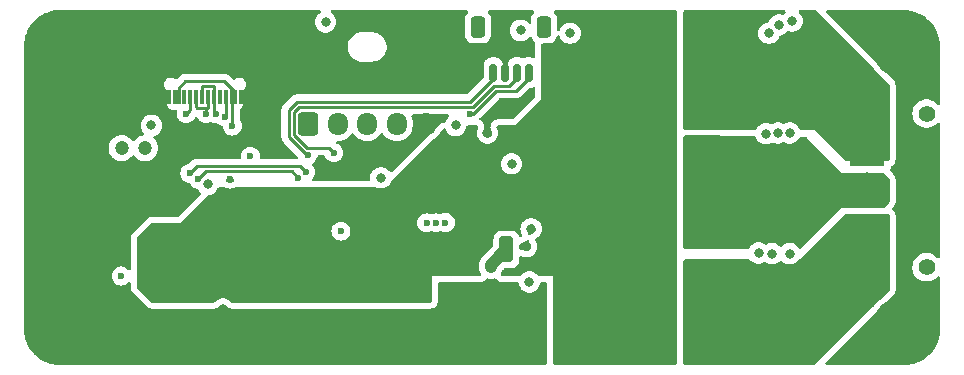
<source format=gbr>
%TF.GenerationSoftware,KiCad,Pcbnew,(7.0.0)*%
%TF.CreationDate,2023-06-11T18:09:49+09:00*%
%TF.ProjectId,rMDU,724d4455-2e6b-4696-9361-645f70636258,rev?*%
%TF.SameCoordinates,Original*%
%TF.FileFunction,Copper,L4,Bot*%
%TF.FilePolarity,Positive*%
%FSLAX46Y46*%
G04 Gerber Fmt 4.6, Leading zero omitted, Abs format (unit mm)*
G04 Created by KiCad (PCBNEW (7.0.0)) date 2023-06-11 18:09:49*
%MOMM*%
%LPD*%
G01*
G04 APERTURE LIST*
G04 Aperture macros list*
%AMRoundRect*
0 Rectangle with rounded corners*
0 $1 Rounding radius*
0 $2 $3 $4 $5 $6 $7 $8 $9 X,Y pos of 4 corners*
0 Add a 4 corners polygon primitive as box body*
4,1,4,$2,$3,$4,$5,$6,$7,$8,$9,$2,$3,0*
0 Add four circle primitives for the rounded corners*
1,1,$1+$1,$2,$3*
1,1,$1+$1,$4,$5*
1,1,$1+$1,$6,$7*
1,1,$1+$1,$8,$9*
0 Add four rect primitives between the rounded corners*
20,1,$1+$1,$2,$3,$4,$5,0*
20,1,$1+$1,$4,$5,$6,$7,0*
20,1,$1+$1,$6,$7,$8,$9,0*
20,1,$1+$1,$8,$9,$2,$3,0*%
G04 Aperture macros list end*
%TA.AperFunction,ComponentPad*%
%ADD10C,5.500000*%
%TD*%
%TA.AperFunction,SMDPad,CuDef*%
%ADD11RoundRect,0.250000X-0.350000X0.850000X-0.350000X-0.850000X0.350000X-0.850000X0.350000X0.850000X0*%
%TD*%
%TA.AperFunction,SMDPad,CuDef*%
%ADD12RoundRect,0.250000X-1.125000X1.275000X-1.125000X-1.275000X1.125000X-1.275000X1.125000X1.275000X0*%
%TD*%
%TA.AperFunction,SMDPad,CuDef*%
%ADD13RoundRect,0.249997X-2.650003X2.950003X-2.650003X-2.950003X2.650003X-2.950003X2.650003X2.950003X0*%
%TD*%
%TA.AperFunction,ComponentPad*%
%ADD14RoundRect,0.250000X-0.600000X-0.725000X0.600000X-0.725000X0.600000X0.725000X-0.600000X0.725000X0*%
%TD*%
%TA.AperFunction,ComponentPad*%
%ADD15O,1.700000X1.950000*%
%TD*%
%TA.AperFunction,SMDPad,CuDef*%
%ADD16RoundRect,0.150000X-0.150000X-0.625000X0.150000X-0.625000X0.150000X0.625000X-0.150000X0.625000X0*%
%TD*%
%TA.AperFunction,SMDPad,CuDef*%
%ADD17RoundRect,0.250000X-0.350000X-0.650000X0.350000X-0.650000X0.350000X0.650000X-0.350000X0.650000X0*%
%TD*%
%TA.AperFunction,ComponentPad*%
%ADD18C,1.400000*%
%TD*%
%TA.AperFunction,ComponentPad*%
%ADD19R,3.000000X3.000000*%
%TD*%
%TA.AperFunction,ComponentPad*%
%ADD20C,3.000000*%
%TD*%
%TA.AperFunction,SMDPad,CuDef*%
%ADD21R,0.300000X1.150000*%
%TD*%
%TA.AperFunction,ComponentPad*%
%ADD22O,1.000000X1.600000*%
%TD*%
%TA.AperFunction,ComponentPad*%
%ADD23O,1.000000X2.100000*%
%TD*%
%TA.AperFunction,SMDPad,CuDef*%
%ADD24RoundRect,0.250000X-1.000000X1.750000X-1.000000X-1.750000X1.000000X-1.750000X1.000000X1.750000X0*%
%TD*%
%TA.AperFunction,SMDPad,CuDef*%
%ADD25R,5.580000X7.620000*%
%TD*%
%TA.AperFunction,ComponentPad*%
%ADD26C,2.400000*%
%TD*%
%TA.AperFunction,ComponentPad*%
%ADD27C,1.200000*%
%TD*%
%TA.AperFunction,ViaPad*%
%ADD28C,0.800000*%
%TD*%
%TA.AperFunction,ViaPad*%
%ADD29C,0.600000*%
%TD*%
%TA.AperFunction,Conductor*%
%ADD30C,0.500000*%
%TD*%
%TA.AperFunction,Conductor*%
%ADD31C,1.000000*%
%TD*%
%TA.AperFunction,Conductor*%
%ADD32C,0.250000*%
%TD*%
G04 APERTURE END LIST*
D10*
%TO.P,H2,1,1*%
%TO.N,GND*%
X2974874Y26974874D03*
%TD*%
%TO.P,H1,1,1*%
%TO.N,GND*%
X74500000Y2974874D03*
%TD*%
%TO.P,H4,1,1*%
%TO.N,GND*%
X74500000Y26974874D03*
%TD*%
%TO.P,H3,1,1*%
%TO.N,GND*%
X2974874Y2974874D03*
%TD*%
D11*
%TO.P,U1,1,IN*%
%TO.N,+BATT*%
X36250000Y9750000D03*
D12*
%TO.P,U1,2,GND*%
%TO.N,GND*%
X40055000Y5125000D03*
X37005000Y5125000D03*
D13*
X38530000Y3450000D03*
D12*
X40055000Y1775000D03*
X37005000Y1775000D03*
D11*
%TO.P,U1,3,OUT*%
%TO.N,+9V*%
X40810000Y9750000D03*
%TD*%
D14*
%TO.P,ENC1,1,Pin_1*%
%TO.N,/MCU/PB5*%
X24012374Y20399874D03*
D15*
%TO.P,ENC1,2,Pin_2*%
%TO.N,Net-(ENC1-Pin_2)*%
X26512373Y20399873D03*
%TO.P,ENC1,3,Pin_3*%
%TO.N,/MCU/PB4*%
X29012373Y20399873D03*
%TO.P,ENC1,4,Pin_4*%
%TO.N,/MCU/PB3*%
X31512373Y20399873D03*
%TO.P,ENC1,5,Pin_5*%
%TO.N,GND*%
X34012373Y20399873D03*
%TD*%
D16*
%TO.P,J1,1,Pin_1*%
%TO.N,/MCU/SWCLK*%
X39700000Y24725000D03*
%TO.P,J1,2,Pin_2*%
%TO.N,GND*%
X40700000Y24725000D03*
%TO.P,J1,3,Pin_3*%
%TO.N,/MCU/SWDIO*%
X41700000Y24725000D03*
%TO.P,J1,4,Pin_4*%
%TO.N,/MCU/NRST*%
X42700000Y24725000D03*
D17*
%TO.P,J1,MP*%
%TO.N,N/C*%
X38400000Y28600000D03*
X44000000Y28600000D03*
%TD*%
D18*
%TO.P,OUT1,*%
%TO.N,*%
X76375000Y8250000D03*
X76375000Y21250000D03*
D19*
%TO.P,OUT1,1,Pin_1*%
%TO.N,/BRIDGE/OUT*%
X71374999Y18249999D03*
D20*
%TO.P,OUT1,2,Pin_2*%
%TO.N,/BRIDGE1/OUT*%
X71375000Y14750000D03*
%TO.P,OUT1,3,Pin_3*%
%TO.N,/BRIDGE2/OUT*%
X71375000Y11250000D03*
%TD*%
D21*
%TO.P,J2,A1,GND*%
%TO.N,GND*%
X11944873Y22659873D03*
%TO.P,J2,A4,VBUS*%
%TO.N,Net-(D3-A)*%
X12744873Y22659873D03*
%TO.P,J2,A5,CC1*%
%TO.N,Net-(J2-CC1)*%
X14044873Y22659873D03*
%TO.P,J2,A6,D+*%
%TO.N,Net-(U12-UD+)*%
X15044873Y22659873D03*
%TO.P,J2,A7,D-*%
%TO.N,Net-(U12-UD-)*%
X15544873Y22659873D03*
%TO.P,J2,A8,SBU1*%
%TO.N,unconnected-(J2-SBU1-PadA8)*%
X16544873Y22659873D03*
%TO.P,J2,A9,VBUS*%
%TO.N,Net-(D3-A)*%
X17844873Y22659873D03*
%TO.P,J2,A12,GND*%
%TO.N,GND*%
X18644873Y22659873D03*
%TO.P,J2,B1,GND*%
X18344873Y22659873D03*
%TO.P,J2,B4,VBUS*%
%TO.N,Net-(D3-A)*%
X17544873Y22659873D03*
%TO.P,J2,B5,CC2*%
%TO.N,Net-(J2-CC2)*%
X17044873Y22659873D03*
%TO.P,J2,B6,D+*%
%TO.N,Net-(U12-UD+)*%
X16044873Y22659873D03*
%TO.P,J2,B7,D-*%
%TO.N,Net-(U12-UD-)*%
X14544873Y22659873D03*
%TO.P,J2,B8,SBU2*%
%TO.N,unconnected-(J2-SBU2-PadB8)*%
X13544873Y22659873D03*
%TO.P,J2,B9,VBUS*%
%TO.N,Net-(D3-A)*%
X13044873Y22659873D03*
%TO.P,J2,B12,GND*%
%TO.N,GND*%
X12244873Y22659873D03*
D22*
%TO.P,J2,S1,SHIELD*%
X10974873Y27404873D03*
D23*
X10974873Y23224873D03*
D22*
X19614873Y27404873D03*
D23*
X19614873Y23224873D03*
%TD*%
D24*
%TO.P,C9,1*%
%TO.N,+BATT*%
X18500000Y10500000D03*
%TO.P,C9,2*%
%TO.N,GND*%
X18500000Y2500000D03*
%TD*%
D25*
%TO.P,TP1,1,1*%
%TO.N,+BATT*%
X46744499Y20799999D03*
%TD*%
D26*
%TO.P,IN1,1,+*%
%TO.N,+BATT*%
X11474874Y9481124D03*
%TO.P,IN1,2,-*%
%TO.N,GND*%
X11474874Y14481124D03*
D27*
%TO.P,IN1,3,S1*%
%TO.N,/CAN/CAN-H*%
X8224874Y18331124D03*
%TO.P,IN1,4,S2*%
%TO.N,/CAN/CAN-L*%
X10224874Y18331124D03*
%TD*%
D24*
%TO.P,C8,1*%
%TO.N,+BATT*%
X29500000Y10500000D03*
%TO.P,C8,2*%
%TO.N,GND*%
X29500000Y2500000D03*
%TD*%
D28*
%TO.N,GND*%
X36250000Y5000000D03*
D29*
X17400000Y15700000D03*
D28*
X25750000Y1000000D03*
X4750000Y8750000D03*
X16800000Y4700000D03*
X4000000Y12250000D03*
X34600000Y27900000D03*
X42500000Y10000000D03*
X35800000Y27900000D03*
X42900000Y11500000D03*
X31000000Y3250000D03*
X39200000Y19612962D03*
X41255923Y3019533D03*
X33600000Y27900000D03*
X26800000Y28100000D03*
X40200000Y21500000D03*
%TO.N,+3.3V*%
X15502507Y15248546D03*
X64800000Y19600000D03*
X64800000Y9400000D03*
X30181538Y15818462D03*
X65000000Y29100000D03*
X25500000Y29000000D03*
X36500000Y20249874D03*
X10750000Y20250000D03*
D29*
%TO.N,/BRIDGE/OUT*%
X61100000Y26000000D03*
X58700000Y25400000D03*
X58700000Y26000000D03*
X61700000Y26000000D03*
X60500000Y26600000D03*
X59900000Y26600000D03*
X58100000Y25400000D03*
X58700000Y26600000D03*
X61700000Y23600000D03*
X57500000Y26000000D03*
X59300000Y23600000D03*
X61700000Y22400000D03*
X61700000Y25400000D03*
X61700000Y23000000D03*
X57500000Y25400000D03*
X59300000Y24200000D03*
X58100000Y26600000D03*
X58100000Y23000000D03*
X59300000Y22400000D03*
X61700000Y24800000D03*
X61100000Y24800000D03*
X58100000Y23600000D03*
X60500000Y24200000D03*
X60500000Y23000000D03*
X60500000Y22400000D03*
X58100000Y24800000D03*
X57500000Y24200000D03*
X61100000Y24200000D03*
X59300000Y26600000D03*
X61100000Y22400000D03*
X59300000Y26000000D03*
X61100000Y23000000D03*
X61700000Y26600000D03*
X57500000Y23600000D03*
X58700000Y24200000D03*
X61100000Y23600000D03*
X58100000Y22400000D03*
X59900000Y24200000D03*
X59900000Y25400000D03*
X61700000Y24200000D03*
X57500000Y22400000D03*
X60500000Y25400000D03*
X59300000Y25400000D03*
X59900000Y22400000D03*
X58700000Y22400000D03*
X60500000Y26000000D03*
X59300000Y23000000D03*
X58700000Y24800000D03*
X60500000Y23600000D03*
X57500000Y24800000D03*
X58100000Y26000000D03*
X59900000Y26000000D03*
X61100000Y25400000D03*
X58100000Y24200000D03*
X58700000Y23000000D03*
X59900000Y24800000D03*
X59900000Y23600000D03*
X60500000Y24800000D03*
X58700000Y23600000D03*
X57500000Y23000000D03*
X59300000Y24800000D03*
X59900000Y23000000D03*
X57500000Y26600000D03*
X61100000Y26600000D03*
D28*
%TO.N,+9V*%
X39500000Y8250000D03*
D29*
%TO.N,+BATT*%
X51500000Y4300000D03*
X50900000Y17300000D03*
X52700000Y24800000D03*
X50300000Y24200000D03*
X52100000Y24800000D03*
X53900000Y13100000D03*
X50300000Y26000000D03*
X53300000Y26600000D03*
X53300000Y23600000D03*
X53900000Y16700000D03*
X52100000Y23600000D03*
X53900000Y14900000D03*
X53900000Y16100000D03*
X53300000Y16700000D03*
X53900000Y23000000D03*
X54500000Y23600000D03*
X50900000Y23000000D03*
X53900000Y15500000D03*
X52700000Y13700000D03*
X51500000Y24800000D03*
X50900000Y4900000D03*
X50300000Y13100000D03*
X53300000Y14300000D03*
X51500000Y6100000D03*
X51500000Y26600000D03*
X52100000Y14300000D03*
D28*
X38500000Y9500000D03*
D29*
X52700000Y17300000D03*
X52700000Y6100000D03*
X52700000Y5500000D03*
X54500000Y6700000D03*
X51500000Y22400000D03*
X53900000Y26000000D03*
X53900000Y5500000D03*
X54500000Y23000000D03*
X53300000Y25400000D03*
X52700000Y26000000D03*
X52100000Y13100000D03*
X54500000Y15500000D03*
X53900000Y13700000D03*
X53900000Y24800000D03*
X50900000Y24200000D03*
X50300000Y24800000D03*
X52100000Y16700000D03*
X53300000Y5500000D03*
X54500000Y14900000D03*
X53300000Y4900000D03*
X52700000Y14300000D03*
X51500000Y14900000D03*
X54500000Y13100000D03*
X51500000Y24200000D03*
X50300000Y15500000D03*
X50900000Y4300000D03*
X52700000Y14900000D03*
X53900000Y6100000D03*
X51500000Y16700000D03*
X53900000Y26600000D03*
X51500000Y17300000D03*
X53300000Y6100000D03*
X53300000Y23000000D03*
X52700000Y3100000D03*
X52100000Y3700000D03*
X50300000Y17300000D03*
X54500000Y4900000D03*
X51500000Y13700000D03*
X53300000Y22400000D03*
X54500000Y24800000D03*
X50900000Y6700000D03*
X50900000Y16100000D03*
X50300000Y5500000D03*
X50300000Y6100000D03*
X52100000Y26600000D03*
X53300000Y24800000D03*
X53900000Y24200000D03*
X50300000Y14900000D03*
X51500000Y23000000D03*
X52100000Y16100000D03*
X50900000Y3100000D03*
X54500000Y24200000D03*
X53900000Y2500000D03*
X51500000Y5500000D03*
X51500000Y16100000D03*
X53900000Y17300000D03*
X52100000Y23000000D03*
X54500000Y16700000D03*
X52700000Y16700000D03*
X50900000Y25400000D03*
X52100000Y5500000D03*
X50900000Y24800000D03*
X54500000Y5500000D03*
X50300000Y3100000D03*
X52100000Y26000000D03*
X50900000Y5500000D03*
X52700000Y13100000D03*
X52100000Y3100000D03*
X53300000Y17300000D03*
X50300000Y22400000D03*
X52100000Y22400000D03*
X52700000Y23000000D03*
X53900000Y4900000D03*
X53300000Y15500000D03*
X52100000Y14900000D03*
X52100000Y15500000D03*
X51500000Y4900000D03*
X51500000Y3700000D03*
X50900000Y6100000D03*
X54500000Y22400000D03*
X50300000Y23600000D03*
X50900000Y14900000D03*
X50900000Y13700000D03*
X51500000Y13100000D03*
X51500000Y3100000D03*
X53900000Y14300000D03*
X52100000Y6100000D03*
X53900000Y23600000D03*
X54500000Y26000000D03*
X53300000Y24200000D03*
X50300000Y3700000D03*
X54500000Y2500000D03*
X53300000Y13700000D03*
X51500000Y2500000D03*
X52700000Y16100000D03*
X50300000Y6700000D03*
X50900000Y23600000D03*
X50900000Y2500000D03*
X53900000Y25400000D03*
X50300000Y26600000D03*
X52100000Y4300000D03*
X51500000Y14300000D03*
X52700000Y4900000D03*
X52100000Y13700000D03*
X54500000Y14300000D03*
X53300000Y2500000D03*
X51500000Y6700000D03*
X50900000Y22400000D03*
X50300000Y16100000D03*
X50300000Y23000000D03*
X52700000Y24200000D03*
X52700000Y4300000D03*
X54500000Y3100000D03*
X52100000Y24200000D03*
X50300000Y2500000D03*
X53300000Y3100000D03*
X52700000Y22400000D03*
X54500000Y26600000D03*
X54500000Y4300000D03*
X52100000Y4900000D03*
X51500000Y25400000D03*
X52700000Y6700000D03*
D28*
X27750000Y7000000D03*
D29*
X53900000Y3100000D03*
X53900000Y6700000D03*
X54500000Y25400000D03*
X52100000Y17300000D03*
X53300000Y4300000D03*
X54500000Y6100000D03*
X51500000Y26000000D03*
X52700000Y26600000D03*
X53300000Y6700000D03*
X52700000Y15500000D03*
X50900000Y26000000D03*
X53300000Y14900000D03*
X50900000Y3700000D03*
X51500000Y23600000D03*
X50300000Y4900000D03*
X50900000Y13100000D03*
X53900000Y3700000D03*
X50300000Y13700000D03*
X50900000Y16700000D03*
X50300000Y25400000D03*
X53900000Y22400000D03*
X54500000Y17300000D03*
X54500000Y3700000D03*
X53300000Y3700000D03*
X50900000Y14300000D03*
X51500000Y15500000D03*
X53300000Y26000000D03*
X50300000Y4300000D03*
X52100000Y6700000D03*
X50300000Y14300000D03*
X54500000Y16100000D03*
X52700000Y2500000D03*
X52700000Y23600000D03*
X52100000Y25400000D03*
X52700000Y3700000D03*
X52700000Y25400000D03*
X50300000Y16700000D03*
X53300000Y13100000D03*
X50900000Y26600000D03*
X54500000Y13700000D03*
X52100000Y2500000D03*
X50900000Y15500000D03*
X53300000Y16100000D03*
X53900000Y4300000D03*
%TO.N,/BRIDGE1/OUT*%
X58700000Y16100000D03*
X58700000Y17300000D03*
X58700000Y14300000D03*
X58100000Y17300000D03*
X61700000Y17300000D03*
X59900000Y17300000D03*
X57500000Y17300000D03*
X61700000Y13700000D03*
X57500000Y14300000D03*
X61100000Y13100000D03*
X60500000Y17300000D03*
X61100000Y14300000D03*
X58100000Y13100000D03*
X59300000Y15500000D03*
X61700000Y16100000D03*
X57500000Y15500000D03*
X57500000Y14900000D03*
X61100000Y15500000D03*
X57500000Y16100000D03*
X60500000Y13700000D03*
X61700000Y16700000D03*
X58700000Y16700000D03*
X59300000Y13100000D03*
X59900000Y13700000D03*
X61700000Y14300000D03*
X61700000Y13100000D03*
X58700000Y14900000D03*
X58100000Y14300000D03*
X61100000Y16100000D03*
X59300000Y16100000D03*
X59900000Y16100000D03*
X61100000Y17300000D03*
X59900000Y15500000D03*
X59900000Y14300000D03*
X61100000Y13700000D03*
X58700000Y13700000D03*
X61100000Y14900000D03*
X58100000Y16100000D03*
X58100000Y16700000D03*
X59900000Y14900000D03*
X57500000Y13700000D03*
X60500000Y16100000D03*
X59300000Y13700000D03*
X60500000Y16700000D03*
X61100000Y16700000D03*
X57500000Y13100000D03*
X58700000Y15500000D03*
X61700000Y14900000D03*
X61700000Y15500000D03*
X58700000Y13100000D03*
X59300000Y14900000D03*
X59300000Y16700000D03*
X58100000Y15500000D03*
X59300000Y17300000D03*
X60500000Y15500000D03*
X59900000Y16700000D03*
X59900000Y13100000D03*
X58100000Y14900000D03*
X60500000Y13100000D03*
X59300000Y14300000D03*
X60500000Y14900000D03*
X60500000Y14300000D03*
X57500000Y16700000D03*
X58100000Y13700000D03*
%TO.N,/BRIDGE2/OUT*%
X59900000Y2500000D03*
X58700000Y4300000D03*
X61100000Y6700000D03*
X59304328Y3704932D03*
X57500000Y6100000D03*
X58100000Y6700000D03*
X57500000Y5500000D03*
X57500000Y2500000D03*
X58100000Y3100000D03*
X58700000Y2500000D03*
X60500000Y4900000D03*
X59304328Y6704932D03*
X60500000Y5500000D03*
X59900000Y3700000D03*
X58700000Y3100000D03*
X58100000Y2500000D03*
X61704328Y6104932D03*
X61704328Y2504932D03*
X60500000Y6100000D03*
X58700000Y3700000D03*
X61100000Y2500000D03*
X59304328Y4904932D03*
X60500000Y6700000D03*
X59900000Y4900000D03*
X61100000Y5500000D03*
X59900000Y4300000D03*
X60500000Y4300000D03*
X61704328Y6704932D03*
X61704328Y4904932D03*
X58100000Y4300000D03*
X58100000Y4900000D03*
X58700000Y5500000D03*
X60500000Y3700000D03*
X61100000Y3100000D03*
X57500000Y4300000D03*
X57500000Y3700000D03*
X61100000Y4300000D03*
X61100000Y6100000D03*
X57500000Y6700000D03*
X58700000Y4900000D03*
X61704328Y4304932D03*
X61704328Y3704932D03*
X61704328Y5504932D03*
X61704328Y3104932D03*
X61100000Y4900000D03*
X58100000Y6100000D03*
X60500000Y2500000D03*
X59304328Y2504932D03*
X59900000Y5500000D03*
X58100000Y5500000D03*
X61100000Y3700000D03*
X58100000Y3700000D03*
X60500000Y3100000D03*
X59900000Y6100000D03*
X57500000Y3100000D03*
X59304328Y5504932D03*
X59900000Y6700000D03*
X58700000Y6100000D03*
X59304328Y3104932D03*
X57500000Y4900000D03*
X58700000Y6700000D03*
X59304328Y6104932D03*
X59304328Y4304932D03*
X59900000Y3100000D03*
%TO.N,+5V*%
X8200000Y7500000D03*
X19133620Y17633620D03*
%TO.N,/MCU/NRST*%
X26800000Y11292747D03*
X37749502Y21175500D03*
D28*
%TO.N,Net-(Q2-G)*%
X46200000Y28051000D03*
X42000000Y28300000D03*
X63025613Y28050500D03*
%TO.N,Net-(Q4-G)*%
X62778530Y19550500D03*
X41250000Y17000000D03*
%TO.N,Net-(Q6-G)*%
X42750969Y7000000D03*
X62159500Y9440312D03*
D29*
%TO.N,Net-(D3-A)*%
X17600000Y20200000D03*
%TO.N,Net-(J2-CC1)*%
X13684874Y21224874D03*
%TO.N,Net-(J2-CC2)*%
X16943349Y20972049D03*
%TO.N,Net-(U12-UD+)*%
X16184874Y21224874D03*
%TO.N,Net-(U12-UD-)*%
X15385371Y21224874D03*
%TO.N,/MCU/SWCLK*%
X24000000Y17725500D03*
%TO.N,/MCU/SWDIO*%
X26200000Y17925500D03*
%TO.N,/CAN/CAN_RX*%
X14724500Y15700000D03*
X23166472Y15812305D03*
%TO.N,/CAN/CAN_TX*%
X14000000Y16200000D03*
X23800000Y16300000D03*
%TO.N,Net-(R7-Pad1)*%
X34050500Y12000000D03*
D28*
X63881728Y28750500D03*
%TO.N,Net-(R12-Pad1)*%
X63800497Y19600000D03*
D29*
X34850003Y12000000D03*
D28*
%TO.N,Net-(R17-Pad1)*%
X63300000Y9400000D03*
D29*
X35649007Y12028225D03*
%TD*%
D30*
%TO.N,GND*%
X18644874Y22659874D02*
X19049874Y22659874D01*
X19049874Y22659874D02*
X19614874Y23224874D01*
X11944874Y22659874D02*
X11539874Y22659874D01*
X11539874Y22659874D02*
X10974874Y23224874D01*
D31*
%TO.N,+9V*%
X39500000Y8250000D02*
X39500000Y8440000D01*
X39500000Y8440000D02*
X40810000Y9750000D01*
D32*
%TO.N,/MCU/NRST*%
X37948292Y21175500D02*
X39947792Y23175000D01*
X41596751Y23175000D02*
X42700000Y24278249D01*
X42700000Y24278249D02*
X42700000Y24725000D01*
X39947792Y23175000D02*
X41596751Y23175000D01*
X37749502Y21175500D02*
X37948292Y21175500D01*
%TO.N,Net-(D3-A)*%
X13044874Y22959874D02*
X12744874Y22659874D01*
X17600000Y20200000D02*
X17600000Y22604748D01*
X17844874Y22659874D02*
X17844874Y23074925D01*
X17844874Y23074925D02*
X16909925Y24009874D01*
X13634874Y24009874D02*
X13044874Y23419874D01*
X13044874Y23419874D02*
X13044874Y22959874D01*
X16909925Y24009874D02*
X13634874Y24009874D01*
X17600000Y22604748D02*
X17544874Y22659874D01*
%TO.N,Net-(J2-CC1)*%
X13684874Y21224874D02*
X14044874Y21584874D01*
X14044874Y21584874D02*
X14044874Y22659874D01*
%TO.N,Net-(J2-CC2)*%
X17044874Y21073574D02*
X17044874Y22659874D01*
X16943349Y20972049D02*
X17044874Y21073574D01*
%TO.N,Net-(U12-UD+)*%
X16044874Y22659874D02*
X16044874Y23534874D01*
X15069874Y23559874D02*
X15044874Y23534874D01*
X15044874Y23534874D02*
X15044874Y22659874D01*
X16044874Y23534874D02*
X16019874Y23559874D01*
X16044874Y22659874D02*
X16044874Y21364874D01*
X16019874Y23559874D02*
X15069874Y23559874D01*
X16044874Y21364874D02*
X16184874Y21224874D01*
%TO.N,Net-(U12-UD-)*%
X15385371Y21625371D02*
X15519874Y21759874D01*
X14569874Y21759874D02*
X14544874Y21784874D01*
X15519874Y21759874D02*
X14569874Y21759874D01*
X15544874Y21784874D02*
X15519874Y21759874D01*
X14544874Y21784874D02*
X14544874Y22659874D01*
X15544874Y22659874D02*
X15544874Y21784874D01*
X15385371Y21224874D02*
X15385371Y21625371D01*
%TO.N,/MCU/SWCLK*%
X23912179Y17725500D02*
X22387374Y19250305D01*
X39700000Y24200000D02*
X39700000Y24725000D01*
X22387374Y21549443D02*
X23087931Y22250000D01*
X24000000Y17725500D02*
X23912179Y17725500D01*
X37750000Y22250000D02*
X39700000Y24200000D01*
X23087931Y22250000D02*
X37750000Y22250000D01*
X22387374Y19250305D02*
X22387374Y21549443D01*
%TO.N,/MCU/SWDIO*%
X39761396Y23625000D02*
X41046751Y23625000D01*
X22837374Y21363047D02*
X23274327Y21800000D01*
X41046751Y23625000D02*
X41700000Y24278249D01*
X25775500Y18350000D02*
X23924075Y18350000D01*
X23274327Y21800000D02*
X37936396Y21800000D01*
X41700000Y24278249D02*
X41700000Y24725000D01*
X23924075Y18350000D02*
X22837374Y19436701D01*
X26200000Y17925500D02*
X25775500Y18350000D01*
X37936396Y21800000D02*
X39761396Y23625000D01*
X22837374Y19436701D02*
X22837374Y21363047D01*
%TO.N,/CAN/CAN_RX*%
X23166472Y15833528D02*
X22650000Y16350000D01*
X23166472Y15812305D02*
X23166472Y15833528D01*
X22650000Y16350000D02*
X15374500Y16350000D01*
X15374500Y16350000D02*
X14724500Y15700000D01*
%TO.N,/CAN/CAN_TX*%
X23800000Y16300000D02*
X23300000Y16800000D01*
X23300000Y16800000D02*
X14600000Y16800000D01*
X14600000Y16800000D02*
X14000000Y16200000D01*
%TD*%
%TA.AperFunction,Conductor*%
%TO.N,GND*%
G36*
X74496781Y29999501D02*
G01*
X74503224Y29999332D01*
X74633379Y29992510D01*
X74813908Y29982372D01*
X74826309Y29981045D01*
X74974990Y29957496D01*
X74976245Y29957291D01*
X75135324Y29930262D01*
X75146606Y29927798D01*
X75295635Y29887866D01*
X75297761Y29887275D01*
X75449174Y29843653D01*
X75459260Y29840271D01*
X75604710Y29784438D01*
X75607599Y29783286D01*
X75751768Y29723570D01*
X75760594Y29719500D01*
X75900064Y29648435D01*
X75903748Y29646479D01*
X75993848Y29596684D01*
X76039548Y29571426D01*
X76047061Y29566919D01*
X76178754Y29481396D01*
X76182947Y29478548D01*
X76309147Y29389004D01*
X76315426Y29384243D01*
X76423333Y29296861D01*
X76437567Y29285335D01*
X76442154Y29281433D01*
X76539503Y29194436D01*
X76557424Y29178421D01*
X76562478Y29173642D01*
X76673640Y29062480D01*
X76678419Y29057426D01*
X76781427Y28942160D01*
X76785333Y28937569D01*
X76884239Y28815430D01*
X76889002Y28809149D01*
X76978546Y28682949D01*
X76981409Y28678734D01*
X77066907Y28547079D01*
X77071430Y28539540D01*
X77146477Y28403750D01*
X77148433Y28400066D01*
X77219498Y28260596D01*
X77223575Y28251753D01*
X77283259Y28107663D01*
X77284462Y28104647D01*
X77340265Y27959273D01*
X77343655Y27949164D01*
X77387258Y27797815D01*
X77387879Y27795581D01*
X77427791Y27646630D01*
X77430264Y27635306D01*
X77457282Y27476285D01*
X77457507Y27474913D01*
X77481040Y27326334D01*
X77482372Y27313889D01*
X77492498Y27133579D01*
X77492523Y27133116D01*
X77499333Y27003171D01*
X77499503Y26996811D01*
X77500000Y26522791D01*
X77500000Y22122311D01*
X77484882Y22062976D01*
X77443215Y22018109D01*
X77385159Y21998650D01*
X77324869Y22009344D01*
X77277047Y22047583D01*
X77269440Y22057656D01*
X77269437Y22057659D01*
X77265981Y22062236D01*
X77261744Y22066099D01*
X77261740Y22066103D01*
X77105796Y22208264D01*
X77105797Y22208264D01*
X77101562Y22212124D01*
X77096692Y22215139D01*
X77096690Y22215141D01*
X76917275Y22326229D01*
X76917276Y22326229D01*
X76912401Y22329247D01*
X76704940Y22409618D01*
X76699302Y22410672D01*
X76491872Y22449448D01*
X76491869Y22449449D01*
X76486243Y22450500D01*
X76263757Y22450500D01*
X76258131Y22449449D01*
X76258127Y22449448D01*
X76050697Y22410672D01*
X76050694Y22410672D01*
X76045060Y22409618D01*
X76039717Y22407549D01*
X76039713Y22407547D01*
X75842941Y22331317D01*
X75842936Y22331315D01*
X75837599Y22329247D01*
X75832727Y22326231D01*
X75832724Y22326229D01*
X75653309Y22215141D01*
X75653301Y22215136D01*
X75648438Y22212124D01*
X75644207Y22208268D01*
X75644203Y22208264D01*
X75488259Y22066103D01*
X75488249Y22066093D01*
X75484019Y22062236D01*
X75480570Y22057670D01*
X75480561Y22057659D01*
X75353394Y21889262D01*
X75353387Y21889252D01*
X75349942Y21884689D01*
X75347392Y21879569D01*
X75347387Y21879560D01*
X75253325Y21690659D01*
X75253321Y21690651D01*
X75250771Y21685528D01*
X75249205Y21680025D01*
X75249201Y21680014D01*
X75207126Y21532132D01*
X75189885Y21471536D01*
X75169357Y21250000D01*
X75189885Y21028464D01*
X75191454Y21022950D01*
X75249201Y20819987D01*
X75249204Y20819979D01*
X75250771Y20814472D01*
X75253323Y20809347D01*
X75253325Y20809342D01*
X75347387Y20620441D01*
X75347389Y20620437D01*
X75349942Y20615311D01*
X75353391Y20610744D01*
X75353394Y20610739D01*
X75480561Y20442342D01*
X75480566Y20442337D01*
X75484019Y20437764D01*
X75488255Y20433903D01*
X75488259Y20433898D01*
X75540993Y20385825D01*
X75648438Y20287876D01*
X75837599Y20170753D01*
X76045060Y20090382D01*
X76263757Y20049500D01*
X76480514Y20049500D01*
X76486243Y20049500D01*
X76704940Y20090382D01*
X76912401Y20170753D01*
X77101562Y20287876D01*
X77265981Y20437764D01*
X77273107Y20447200D01*
X77277047Y20452417D01*
X77324869Y20490656D01*
X77385159Y20501350D01*
X77443215Y20481891D01*
X77484882Y20437024D01*
X77500000Y20377689D01*
X77500000Y9122311D01*
X77484882Y9062976D01*
X77443215Y9018109D01*
X77385159Y8998650D01*
X77324869Y9009344D01*
X77277047Y9047583D01*
X77269440Y9057656D01*
X77269437Y9057659D01*
X77265981Y9062236D01*
X77261744Y9066099D01*
X77261740Y9066103D01*
X77105796Y9208264D01*
X77105797Y9208264D01*
X77101562Y9212124D01*
X77096692Y9215139D01*
X77096690Y9215141D01*
X76917275Y9326229D01*
X76917276Y9326229D01*
X76912401Y9329247D01*
X76704940Y9409618D01*
X76699302Y9410672D01*
X76491872Y9449448D01*
X76491869Y9449449D01*
X76486243Y9450500D01*
X76263757Y9450500D01*
X76258131Y9449449D01*
X76258127Y9449448D01*
X76050697Y9410672D01*
X76050694Y9410672D01*
X76045060Y9409618D01*
X76039717Y9407549D01*
X76039713Y9407547D01*
X75842941Y9331317D01*
X75842936Y9331315D01*
X75837599Y9329247D01*
X75832727Y9326231D01*
X75832724Y9326229D01*
X75653309Y9215141D01*
X75653301Y9215136D01*
X75648438Y9212124D01*
X75644207Y9208268D01*
X75644203Y9208264D01*
X75488259Y9066103D01*
X75488249Y9066093D01*
X75484019Y9062236D01*
X75480570Y9057670D01*
X75480561Y9057659D01*
X75353394Y8889262D01*
X75353387Y8889252D01*
X75349942Y8884689D01*
X75347392Y8879569D01*
X75347387Y8879560D01*
X75253325Y8690659D01*
X75253321Y8690651D01*
X75250771Y8685528D01*
X75249205Y8680025D01*
X75249201Y8680014D01*
X75191454Y8477051D01*
X75189885Y8471536D01*
X75169357Y8250000D01*
X75169886Y8244291D01*
X75180493Y8129816D01*
X75189885Y8028464D01*
X75195938Y8007191D01*
X75249201Y7819987D01*
X75249204Y7819979D01*
X75250771Y7814472D01*
X75253323Y7809347D01*
X75253325Y7809342D01*
X75347387Y7620441D01*
X75347389Y7620437D01*
X75349942Y7615311D01*
X75353391Y7610744D01*
X75353394Y7610739D01*
X75480561Y7442342D01*
X75480566Y7442337D01*
X75484019Y7437764D01*
X75488255Y7433903D01*
X75488259Y7433898D01*
X75523476Y7401794D01*
X75648438Y7287876D01*
X75837599Y7170753D01*
X76045060Y7090382D01*
X76263757Y7049500D01*
X76480514Y7049500D01*
X76486243Y7049500D01*
X76704940Y7090382D01*
X76912401Y7170753D01*
X77101562Y7287876D01*
X77265981Y7437764D01*
X77272528Y7446435D01*
X77277047Y7452417D01*
X77324869Y7490656D01*
X77385159Y7501350D01*
X77443215Y7481891D01*
X77484882Y7437024D01*
X77500000Y7377689D01*
X77500000Y2642728D01*
X77498473Y2623328D01*
X77482342Y2521491D01*
X77482117Y2520121D01*
X77454790Y2359282D01*
X77452317Y2347958D01*
X77412121Y2197947D01*
X77411500Y2195714D01*
X77367449Y2042809D01*
X77364059Y2032698D01*
X77307821Y1886196D01*
X77306618Y1883182D01*
X77246353Y1737687D01*
X77242277Y1728844D01*
X77170673Y1588314D01*
X77168716Y1584628D01*
X77092913Y1447472D01*
X77088380Y1439918D01*
X77002255Y1307297D01*
X76999390Y1303077D01*
X76908952Y1175615D01*
X76904187Y1169333D01*
X76804510Y1046245D01*
X76800605Y1041656D01*
X76696599Y925272D01*
X76691820Y920217D01*
X76579783Y808180D01*
X76574728Y803401D01*
X76458344Y699395D01*
X76453755Y695490D01*
X76330667Y595813D01*
X76324385Y591048D01*
X76196923Y500610D01*
X76192703Y497745D01*
X76060082Y411620D01*
X76052528Y407087D01*
X75915372Y331284D01*
X75911686Y329327D01*
X75771156Y257723D01*
X75762313Y253647D01*
X75616818Y193382D01*
X75613804Y192179D01*
X75467302Y135941D01*
X75457191Y132551D01*
X75304286Y88500D01*
X75302053Y87879D01*
X75152042Y47683D01*
X75140718Y45210D01*
X74979879Y17883D01*
X74978509Y17658D01*
X74886462Y3078D01*
X74876670Y1527D01*
X74857272Y0D01*
X67923382Y0D01*
X67866912Y13605D01*
X67822833Y51433D01*
X67800818Y105186D01*
X67805697Y163066D01*
X67836399Y212374D01*
X68862350Y1222169D01*
X72223242Y4530135D01*
X72257029Y4566845D01*
X72272677Y4585628D01*
X72302684Y4625494D01*
X72307732Y4632940D01*
X72315853Y4643626D01*
X72499872Y4860269D01*
X72509101Y4870011D01*
X72553483Y4912052D01*
X72715434Y5065461D01*
X72725645Y5074135D01*
X72914611Y5217783D01*
X72939633Y5238095D01*
X72951573Y5248436D01*
X72975228Y5270280D01*
X73567576Y5853298D01*
X73631606Y5930221D01*
X73658996Y5970688D01*
X73706620Y6058732D01*
X73735963Y6154433D01*
X73745591Y6202340D01*
X73755500Y6301940D01*
X73755500Y12626000D01*
X73738275Y12756834D01*
X73721662Y12818834D01*
X73671163Y12940750D01*
X73590829Y13045442D01*
X73545442Y13090829D01*
X73521971Y13108839D01*
X73480937Y13164802D01*
X73476398Y13234052D01*
X73509777Y13294894D01*
X73571123Y13356239D01*
X73633986Y13432837D01*
X73660866Y13473065D01*
X73707581Y13560460D01*
X73736348Y13655291D01*
X73745787Y13702744D01*
X73755500Y13801362D01*
X73755500Y15698638D01*
X73745787Y15797256D01*
X73736348Y15844709D01*
X73707581Y15939540D01*
X73660866Y16026935D01*
X73633986Y16067163D01*
X73632060Y16069509D01*
X73632054Y16069518D01*
X73573052Y16141411D01*
X73573047Y16141416D01*
X73571123Y16143761D01*
X73344094Y16370791D01*
X73315592Y16415140D01*
X73308091Y16467322D01*
X73319827Y16507285D01*
X73318796Y16507669D01*
X73318795Y16507669D01*
X73369091Y16642517D01*
X73375500Y16702127D01*
X73375499Y16720796D01*
X73392111Y16782798D01*
X73436313Y16827000D01*
X73440750Y16828837D01*
X73545442Y16909171D01*
X73590829Y16954558D01*
X73671163Y17059250D01*
X73721662Y17181166D01*
X73738275Y17243166D01*
X73755500Y17374000D01*
X73755500Y23698638D01*
X73745787Y23797256D01*
X73736348Y23844709D01*
X73707581Y23939540D01*
X73671202Y24007598D01*
X73662295Y24024262D01*
X73662293Y24024266D01*
X73660866Y24026935D01*
X73633986Y24067163D01*
X73632060Y24069509D01*
X73632054Y24069518D01*
X73573052Y24141411D01*
X73573047Y24141416D01*
X73571123Y24143761D01*
X73157596Y24557288D01*
X73156191Y24558531D01*
X73156183Y24558539D01*
X73129006Y24582591D01*
X73111487Y24598095D01*
X73110007Y24599252D01*
X73109989Y24599267D01*
X73089463Y24615312D01*
X73087734Y24616664D01*
X73037014Y24651556D01*
X73035416Y24652518D01*
X73035409Y24652522D01*
X72963032Y24696069D01*
X72951918Y24703605D01*
X72725664Y24875600D01*
X72715431Y24884292D01*
X72509101Y25079739D01*
X72499868Y25089486D01*
X72315868Y25306106D01*
X72307742Y25316795D01*
X72151896Y25546651D01*
X72151080Y25547855D01*
X72122354Y25586180D01*
X72121426Y25587303D01*
X72121415Y25587317D01*
X72108338Y25603141D01*
X72107402Y25604274D01*
X72075173Y25639711D01*
X67926565Y29788319D01*
X67896315Y29837682D01*
X67891773Y29895398D01*
X67913928Y29948885D01*
X67957951Y29986485D01*
X68014246Y30000000D01*
X73077350Y30000000D01*
X74496781Y29999501D01*
G37*
%TD.AperFunction*%
%TA.AperFunction,Conductor*%
G36*
X25022465Y29984662D02*
G01*
X25067425Y29942442D01*
X25086483Y29883786D01*
X25074927Y29823203D01*
X25035613Y29775682D01*
X24899388Y29676710D01*
X24899381Y29676705D01*
X24894129Y29672888D01*
X24889784Y29668063D01*
X24889779Y29668058D01*
X24771813Y29537044D01*
X24771808Y29537038D01*
X24767467Y29532216D01*
X24764222Y29526596D01*
X24764218Y29526590D01*
X24676069Y29373911D01*
X24676066Y29373906D01*
X24672821Y29368284D01*
X24670815Y29362112D01*
X24670813Y29362106D01*
X24616333Y29194436D01*
X24616331Y29194427D01*
X24614326Y29188256D01*
X24613648Y29181806D01*
X24613646Y29181796D01*
X24597049Y29023870D01*
X24594540Y29000000D01*
X24595219Y28993540D01*
X24613646Y28818205D01*
X24613647Y28818197D01*
X24614326Y28811744D01*
X24616331Y28805572D01*
X24616333Y28805565D01*
X24666836Y28650135D01*
X24672821Y28631716D01*
X24676068Y28626092D01*
X24676069Y28626090D01*
X24755647Y28488256D01*
X24767467Y28467784D01*
X24771811Y28462959D01*
X24771813Y28462957D01*
X24867487Y28356701D01*
X24894129Y28327112D01*
X25047270Y28215849D01*
X25220197Y28138856D01*
X25405354Y28099500D01*
X25588143Y28099500D01*
X25594646Y28099500D01*
X25779803Y28138856D01*
X25952730Y28215849D01*
X26105871Y28327112D01*
X26232533Y28467784D01*
X26327179Y28631716D01*
X26385674Y28811744D01*
X26405460Y29000000D01*
X26385674Y29188256D01*
X26327179Y29368284D01*
X26232533Y29532216D01*
X26224636Y29540986D01*
X26110220Y29668058D01*
X26110219Y29668059D01*
X26105871Y29672888D01*
X26100613Y29676708D01*
X26100611Y29676710D01*
X25964387Y29775682D01*
X25925073Y29823203D01*
X25913517Y29883786D01*
X25932575Y29942442D01*
X25977535Y29984662D01*
X26037272Y30000000D01*
X37439270Y30000000D01*
X37495565Y29986485D01*
X37539588Y29948885D01*
X37561743Y29895398D01*
X37557201Y29837682D01*
X37526951Y29788319D01*
X37462393Y29723762D01*
X37462389Y29723758D01*
X37457288Y29718656D01*
X37453503Y29712520D01*
X37453497Y29712512D01*
X37368977Y29575481D01*
X37365186Y29569334D01*
X37362915Y29562483D01*
X37362914Y29562479D01*
X37312131Y29409226D01*
X37310001Y29402797D01*
X37309313Y29396067D01*
X37309312Y29396060D01*
X37299819Y29303141D01*
X37299818Y29303123D01*
X37299500Y29300009D01*
X37299500Y29296862D01*
X37299500Y29296861D01*
X37299500Y27903141D01*
X37299500Y27903122D01*
X37299501Y27899992D01*
X37299820Y27896860D01*
X37299821Y27896859D01*
X37309312Y27803939D01*
X37309313Y27803931D01*
X37310001Y27797203D01*
X37312129Y27790781D01*
X37312130Y27790777D01*
X37321349Y27762957D01*
X37365186Y27630666D01*
X37368977Y27624520D01*
X37453497Y27487489D01*
X37453500Y27487485D01*
X37457288Y27481344D01*
X37581344Y27357288D01*
X37587485Y27353500D01*
X37587488Y27353498D01*
X37606595Y27341713D01*
X37730666Y27265186D01*
X37897203Y27210001D01*
X37999991Y27199500D01*
X38800008Y27199501D01*
X38902797Y27210001D01*
X39069334Y27265186D01*
X39218656Y27357288D01*
X39342712Y27481344D01*
X39434814Y27630666D01*
X39489999Y27797203D01*
X39500500Y27899991D01*
X39500499Y29300008D01*
X39489999Y29402797D01*
X39434814Y29569334D01*
X39368323Y29677134D01*
X39346502Y29712512D01*
X39346500Y29712515D01*
X39342712Y29718656D01*
X39273049Y29788319D01*
X39242799Y29837682D01*
X39238257Y29895398D01*
X39260412Y29948885D01*
X39304435Y29986485D01*
X39360730Y30000000D01*
X43039270Y30000000D01*
X43095565Y29986485D01*
X43139588Y29948885D01*
X43161743Y29895398D01*
X43157201Y29837682D01*
X43126951Y29788319D01*
X43062393Y29723762D01*
X43062389Y29723758D01*
X43057288Y29718656D01*
X43053503Y29712520D01*
X43053497Y29712512D01*
X42968977Y29575481D01*
X42965186Y29569334D01*
X42962915Y29562483D01*
X42962914Y29562479D01*
X42912131Y29409226D01*
X42910001Y29402797D01*
X42909313Y29396067D01*
X42909312Y29396060D01*
X42899819Y29303141D01*
X42899818Y29303123D01*
X42899500Y29300009D01*
X42899500Y29296861D01*
X42899500Y29296860D01*
X42899500Y28969811D01*
X42885389Y28912362D01*
X42846269Y28867989D01*
X42791041Y28846789D01*
X42732277Y28853588D01*
X42683350Y28886839D01*
X42610220Y28968058D01*
X42610219Y28968059D01*
X42605871Y28972888D01*
X42600613Y28976708D01*
X42600611Y28976710D01*
X42457988Y29080331D01*
X42457987Y29080332D01*
X42452730Y29084151D01*
X42446792Y29086795D01*
X42285745Y29158499D01*
X42285740Y29158501D01*
X42279803Y29161144D01*
X42273444Y29162496D01*
X42273440Y29162497D01*
X42101008Y29199148D01*
X42101005Y29199149D01*
X42094646Y29200500D01*
X41905354Y29200500D01*
X41898995Y29199149D01*
X41898991Y29199148D01*
X41726559Y29162497D01*
X41726552Y29162495D01*
X41720197Y29161144D01*
X41714262Y29158502D01*
X41714254Y29158499D01*
X41553207Y29086795D01*
X41553202Y29086793D01*
X41547270Y29084151D01*
X41542016Y29080335D01*
X41542011Y29080331D01*
X41399388Y28976710D01*
X41399381Y28976705D01*
X41394129Y28972888D01*
X41389784Y28968063D01*
X41389779Y28968058D01*
X41271813Y28837044D01*
X41271808Y28837038D01*
X41267467Y28832216D01*
X41264222Y28826596D01*
X41264218Y28826590D01*
X41176069Y28673911D01*
X41176066Y28673906D01*
X41172821Y28668284D01*
X41170815Y28662112D01*
X41170813Y28662106D01*
X41116333Y28494436D01*
X41116331Y28494427D01*
X41114326Y28488256D01*
X41113648Y28481806D01*
X41113646Y28481796D01*
X41096988Y28323291D01*
X41094540Y28300000D01*
X41095219Y28293540D01*
X41113646Y28118205D01*
X41113647Y28118197D01*
X41114326Y28111744D01*
X41116331Y28105572D01*
X41116333Y28105565D01*
X41170813Y27937895D01*
X41172821Y27931716D01*
X41176068Y27926092D01*
X41176069Y27926090D01*
X41261769Y27777652D01*
X41267467Y27767784D01*
X41271811Y27762959D01*
X41271813Y27762957D01*
X41340451Y27686727D01*
X41394129Y27627112D01*
X41547270Y27515849D01*
X41720197Y27438856D01*
X41905354Y27399500D01*
X42088143Y27399500D01*
X42094646Y27399500D01*
X42279803Y27438856D01*
X42452730Y27515849D01*
X42605871Y27627112D01*
X42726635Y27761234D01*
X42780294Y27796136D01*
X42844212Y27799626D01*
X42901353Y27770772D01*
X42936490Y27717265D01*
X42961845Y27640746D01*
X42965186Y27630666D01*
X42968977Y27624520D01*
X43053497Y27487489D01*
X43053500Y27487485D01*
X43057288Y27481344D01*
X43181344Y27357288D01*
X43187498Y27353493D01*
X43187497Y27353493D01*
X43206595Y27341713D01*
X43242901Y27307546D01*
X43262815Y27261842D01*
X43263120Y27211988D01*
X43262774Y27210250D01*
X43261725Y27206334D01*
X43261196Y27202320D01*
X43261194Y27202307D01*
X43252146Y27133579D01*
X43244500Y27075500D01*
X43244500Y27071447D01*
X43244500Y26077936D01*
X43231424Y26022511D01*
X43194952Y25978775D01*
X43142778Y25955954D01*
X43085905Y25958860D01*
X42958657Y25995830D01*
X42958650Y25995832D01*
X42952569Y25997598D01*
X42946258Y25998095D01*
X42946251Y25998096D01*
X42918128Y26000309D01*
X42918114Y26000310D01*
X42915694Y26000500D01*
X42484306Y26000500D01*
X42481886Y26000310D01*
X42481871Y26000309D01*
X42453748Y25998096D01*
X42453739Y25998095D01*
X42447431Y25997598D01*
X42441351Y25995832D01*
X42441342Y25995830D01*
X42297094Y25953921D01*
X42297091Y25953920D01*
X42289602Y25951744D01*
X42282890Y25947775D01*
X42282884Y25947772D01*
X42263119Y25936083D01*
X42200000Y25918816D01*
X42136881Y25936083D01*
X42117115Y25947772D01*
X42117112Y25947774D01*
X42110398Y25951744D01*
X42102905Y25953921D01*
X41958657Y25995830D01*
X41958650Y25995832D01*
X41952569Y25997598D01*
X41946258Y25998095D01*
X41946251Y25998096D01*
X41918128Y26000309D01*
X41918114Y26000310D01*
X41915694Y26000500D01*
X41484306Y26000500D01*
X41481886Y26000310D01*
X41481871Y26000309D01*
X41453748Y25998096D01*
X41453739Y25998095D01*
X41447431Y25997598D01*
X41441351Y25995832D01*
X41441342Y25995830D01*
X41297094Y25953921D01*
X41297091Y25953920D01*
X41289602Y25951744D01*
X41282891Y25947776D01*
X41282886Y25947773D01*
X41154851Y25872054D01*
X41154844Y25872050D01*
X41148135Y25868081D01*
X41142620Y25862567D01*
X41142616Y25862563D01*
X41037437Y25757384D01*
X41037433Y25757380D01*
X41031919Y25751865D01*
X41027950Y25745156D01*
X41027946Y25745149D01*
X40952227Y25617114D01*
X40952224Y25617109D01*
X40948256Y25610398D01*
X40946080Y25602909D01*
X40946079Y25602906D01*
X40904170Y25458658D01*
X40904168Y25458649D01*
X40902402Y25452569D01*
X40901905Y25446261D01*
X40901904Y25446252D01*
X40899691Y25418129D01*
X40899690Y25418114D01*
X40899500Y25415694D01*
X40899500Y25413249D01*
X40899500Y24413702D01*
X40890061Y24366249D01*
X40863181Y24326021D01*
X40823979Y24286819D01*
X40783751Y24259939D01*
X40736298Y24250500D01*
X40624500Y24250500D01*
X40562500Y24267113D01*
X40517113Y24312500D01*
X40500500Y24374500D01*
X40500500Y25413249D01*
X40500500Y25415694D01*
X40497598Y25452569D01*
X40451744Y25610398D01*
X40368081Y25751865D01*
X40251865Y25868081D01*
X40245151Y25872052D01*
X40245148Y25872054D01*
X40117113Y25947773D01*
X40117111Y25947774D01*
X40110398Y25951744D01*
X40102905Y25953921D01*
X39958657Y25995830D01*
X39958650Y25995832D01*
X39952569Y25997598D01*
X39946258Y25998095D01*
X39946251Y25998096D01*
X39918128Y26000309D01*
X39918114Y26000310D01*
X39915694Y26000500D01*
X39484306Y26000500D01*
X39481886Y26000310D01*
X39481871Y26000309D01*
X39453748Y25998096D01*
X39453739Y25998095D01*
X39447431Y25997598D01*
X39441351Y25995832D01*
X39441342Y25995830D01*
X39297094Y25953921D01*
X39297091Y25953920D01*
X39289602Y25951744D01*
X39282891Y25947776D01*
X39282886Y25947773D01*
X39154851Y25872054D01*
X39154844Y25872050D01*
X39148135Y25868081D01*
X39142620Y25862567D01*
X39142616Y25862563D01*
X39037437Y25757384D01*
X39037433Y25757380D01*
X39031919Y25751865D01*
X39027950Y25745156D01*
X39027946Y25745149D01*
X38952227Y25617114D01*
X38952224Y25617109D01*
X38948256Y25610398D01*
X38946080Y25602909D01*
X38946079Y25602906D01*
X38904170Y25458658D01*
X38904168Y25458649D01*
X38902402Y25452569D01*
X38901905Y25446261D01*
X38901904Y25446252D01*
X38899691Y25418129D01*
X38899690Y25418114D01*
X38899500Y25415694D01*
X38899500Y25413249D01*
X38899500Y24335453D01*
X38890061Y24288000D01*
X38863181Y24247772D01*
X37527228Y22911819D01*
X37487000Y22884939D01*
X37439547Y22875500D01*
X23165702Y22875500D01*
X23154649Y22876021D01*
X23147263Y22877672D01*
X23139465Y22877427D01*
X23080075Y22875561D01*
X23076181Y22875500D01*
X23048581Y22875500D01*
X23044730Y22875014D01*
X23044699Y22875012D01*
X23044571Y22874995D01*
X23032960Y22874082D01*
X22997103Y22872955D01*
X22997096Y22872954D01*
X22989304Y22872709D01*
X22981819Y22870535D01*
X22981803Y22870532D01*
X22970057Y22867119D01*
X22951014Y22863175D01*
X22938880Y22861642D01*
X22938879Y22861642D01*
X22931139Y22860664D01*
X22923889Y22857795D01*
X22923882Y22857792D01*
X22890529Y22844587D01*
X22879485Y22840806D01*
X22845036Y22830797D01*
X22845026Y22830793D01*
X22837541Y22828618D01*
X22830831Y22824651D01*
X22830829Y22824649D01*
X22827436Y22822643D01*
X22820291Y22818417D01*
X22802831Y22809864D01*
X22784199Y22802486D01*
X22777896Y22797908D01*
X22777889Y22797903D01*
X22748870Y22776819D01*
X22739110Y22770408D01*
X22708225Y22752143D01*
X22708215Y22752136D01*
X22701510Y22748170D01*
X22695994Y22742655D01*
X22695991Y22742652D01*
X22687338Y22734000D01*
X22672555Y22721374D01*
X22662658Y22714183D01*
X22662651Y22714177D01*
X22656344Y22709594D01*
X22651377Y22703592D01*
X22651366Y22703580D01*
X22628501Y22675941D01*
X22620641Y22667303D01*
X22000070Y22046732D01*
X21991885Y22039284D01*
X21985497Y22035229D01*
X21980162Y22029549D01*
X21980157Y22029544D01*
X21939470Y21986218D01*
X21936766Y21983427D01*
X21920002Y21966663D01*
X21919995Y21966656D01*
X21917254Y21963914D01*
X21914874Y21960847D01*
X21914863Y21960834D01*
X21914774Y21960718D01*
X21907216Y21951873D01*
X21882654Y21925716D01*
X21882647Y21925707D01*
X21877312Y21920025D01*
X21873556Y21913194D01*
X21873553Y21913189D01*
X21867659Y21902468D01*
X21856983Y21886216D01*
X21849483Y21876547D01*
X21849475Y21876536D01*
X21844701Y21870379D01*
X21841608Y21863235D01*
X21841603Y21863224D01*
X21827348Y21830283D01*
X21822212Y21819800D01*
X21801177Y21781535D01*
X21799238Y21773987D01*
X21799237Y21773982D01*
X21796196Y21762136D01*
X21789895Y21743732D01*
X21785032Y21732495D01*
X21785030Y21732491D01*
X21781936Y21725339D01*
X21780716Y21717640D01*
X21780716Y21717638D01*
X21775103Y21682202D01*
X21772735Y21670767D01*
X21763812Y21636015D01*
X21763810Y21636007D01*
X21761874Y21628462D01*
X21761874Y21620666D01*
X21761874Y21608426D01*
X21760348Y21589041D01*
X21757214Y21569247D01*
X21757948Y21561482D01*
X21757948Y21561479D01*
X21761324Y21525767D01*
X21761874Y21514098D01*
X21761874Y19328080D01*
X21761352Y19317025D01*
X21759701Y19309638D01*
X21759945Y19301852D01*
X21759945Y19301844D01*
X21761813Y19242432D01*
X21761874Y19238537D01*
X21761874Y19210955D01*
X21762362Y19207086D01*
X21762363Y19207080D01*
X21762378Y19206962D01*
X21763292Y19195339D01*
X21764419Y19159475D01*
X21764420Y19159468D01*
X21764665Y19151678D01*
X21766841Y19144186D01*
X21766842Y19144184D01*
X21770253Y19132443D01*
X21774199Y19113390D01*
X21776710Y19093513D01*
X21779580Y19086263D01*
X21779582Y19086257D01*
X21792788Y19052901D01*
X21796571Y19041854D01*
X21808756Y18999915D01*
X21812727Y18993200D01*
X21812728Y18993198D01*
X21818955Y18982668D01*
X21827510Y18965206D01*
X21832016Y18953825D01*
X21832017Y18953822D01*
X21834888Y18946573D01*
X21842427Y18936197D01*
X21860555Y18911245D01*
X21866967Y18901483D01*
X21885230Y18870603D01*
X21885233Y18870598D01*
X21889204Y18863885D01*
X21894719Y18858370D01*
X21903364Y18849725D01*
X21916000Y18834931D01*
X21923193Y18825030D01*
X21923197Y18825026D01*
X21927780Y18818718D01*
X21933789Y18813747D01*
X21933790Y18813746D01*
X21961432Y18790879D01*
X21970073Y18783016D01*
X23115907Y17637181D01*
X23146157Y17587818D01*
X23150699Y17530102D01*
X23128544Y17476615D01*
X23084521Y17439015D01*
X23028226Y17425500D01*
X20054491Y17425500D01*
X19988519Y17444506D01*
X19942771Y17495699D01*
X19931271Y17563384D01*
X19932027Y17570088D01*
X19939185Y17633620D01*
X19918988Y17812875D01*
X19859409Y17983142D01*
X19763436Y18135882D01*
X19635882Y18263436D01*
X19483142Y18359409D01*
X19476579Y18361706D01*
X19476576Y18361707D01*
X19319444Y18416690D01*
X19319439Y18416692D01*
X19312875Y18418988D01*
X19305955Y18419768D01*
X19305954Y18419768D01*
X19140543Y18438405D01*
X19133620Y18439185D01*
X19126697Y18438405D01*
X18961285Y18419768D01*
X18961282Y18419768D01*
X18954365Y18418988D01*
X18947802Y18416692D01*
X18947795Y18416690D01*
X18790663Y18361707D01*
X18790656Y18361705D01*
X18784098Y18359409D01*
X18778210Y18355710D01*
X18778207Y18355708D01*
X18637258Y18267144D01*
X18637253Y18267141D01*
X18631358Y18263436D01*
X18626433Y18258512D01*
X18626429Y18258508D01*
X18508732Y18140811D01*
X18508728Y18140807D01*
X18503804Y18135882D01*
X18500099Y18129987D01*
X18500096Y18129982D01*
X18411532Y17989033D01*
X18411530Y17989030D01*
X18407831Y17983142D01*
X18405535Y17976584D01*
X18405533Y17976577D01*
X18350550Y17819445D01*
X18350548Y17819438D01*
X18348252Y17812875D01*
X18347472Y17805958D01*
X18347472Y17805955D01*
X18328938Y17641454D01*
X18328055Y17633620D01*
X18335213Y17570088D01*
X18335969Y17563384D01*
X18324469Y17495699D01*
X18278721Y17444506D01*
X18212749Y17425500D01*
X14677772Y17425500D01*
X14666719Y17426021D01*
X14659333Y17427672D01*
X14651535Y17427427D01*
X14592145Y17425561D01*
X14588251Y17425500D01*
X14560650Y17425500D01*
X14556799Y17425014D01*
X14556768Y17425012D01*
X14556640Y17424995D01*
X14545029Y17424082D01*
X14509172Y17422955D01*
X14509165Y17422954D01*
X14501373Y17422709D01*
X14493888Y17420535D01*
X14493872Y17420532D01*
X14482126Y17417119D01*
X14463083Y17413175D01*
X14450949Y17411642D01*
X14450948Y17411642D01*
X14443208Y17410664D01*
X14435958Y17407795D01*
X14435951Y17407792D01*
X14402598Y17394587D01*
X14391554Y17390806D01*
X14357105Y17380797D01*
X14357095Y17380793D01*
X14349610Y17378618D01*
X14342900Y17374651D01*
X14342898Y17374649D01*
X14341801Y17374000D01*
X14332360Y17368417D01*
X14314900Y17359864D01*
X14296268Y17352486D01*
X14289965Y17347908D01*
X14289958Y17347903D01*
X14260939Y17326819D01*
X14251179Y17320408D01*
X14220294Y17302143D01*
X14220284Y17302136D01*
X14213579Y17298170D01*
X14208063Y17292655D01*
X14208060Y17292652D01*
X14199407Y17284000D01*
X14184624Y17271374D01*
X14174727Y17264183D01*
X14174720Y17264177D01*
X14168413Y17259594D01*
X14163446Y17253592D01*
X14163435Y17253580D01*
X14140570Y17225941D01*
X14132710Y17217303D01*
X13941619Y17026212D01*
X13907740Y17002173D01*
X13867823Y16990673D01*
X13827666Y16986148D01*
X13827664Y16986148D01*
X13820745Y16985368D01*
X13814176Y16983070D01*
X13814174Y16983069D01*
X13657043Y16928087D01*
X13657036Y16928085D01*
X13650478Y16925789D01*
X13644590Y16922090D01*
X13644587Y16922088D01*
X13503638Y16833524D01*
X13503633Y16833521D01*
X13497738Y16829816D01*
X13492813Y16824892D01*
X13492809Y16824888D01*
X13375112Y16707191D01*
X13375108Y16707187D01*
X13370184Y16702262D01*
X13366479Y16696367D01*
X13366476Y16696362D01*
X13277912Y16555413D01*
X13277910Y16555410D01*
X13274211Y16549522D01*
X13271915Y16542964D01*
X13271913Y16542957D01*
X13216930Y16385825D01*
X13216928Y16385818D01*
X13214632Y16379255D01*
X13213852Y16372338D01*
X13213852Y16372335D01*
X13208449Y16324381D01*
X13194435Y16200000D01*
X13195215Y16193077D01*
X13209136Y16069518D01*
X13214632Y16020745D01*
X13216928Y16014181D01*
X13216930Y16014176D01*
X13245088Y15933706D01*
X13274211Y15850478D01*
X13370184Y15697738D01*
X13497738Y15570184D01*
X13650478Y15474211D01*
X13820745Y15414632D01*
X13909547Y15404627D01*
X13961636Y15386401D01*
X14000658Y15347379D01*
X14094684Y15197738D01*
X14222238Y15070184D01*
X14374978Y14974211D01*
X14545245Y14914632D01*
X14600949Y14908356D01*
X14654989Y14888878D01*
X14694453Y14847136D01*
X14769974Y14716330D01*
X14896636Y14575658D01*
X14901890Y14571841D01*
X14901891Y14571840D01*
X14903201Y14570888D01*
X14904214Y14569748D01*
X14906725Y14567487D01*
X14906472Y14567207D01*
X14938507Y14531159D01*
X14953936Y14480298D01*
X14946654Y14427650D01*
X14917999Y14382887D01*
X13076934Y12541819D01*
X13036706Y12514939D01*
X12989253Y12505500D01*
X10801362Y12505500D01*
X10798345Y12505203D01*
X10798327Y12505202D01*
X10705769Y12496085D01*
X10705767Y12496085D01*
X10702744Y12495787D01*
X10699760Y12495194D01*
X10699757Y12495193D01*
X10658289Y12486945D01*
X10658276Y12486942D01*
X10655291Y12486348D01*
X10652376Y12485464D01*
X10652365Y12485461D01*
X10566294Y12459351D01*
X10566291Y12459351D01*
X10560460Y12457581D01*
X10555095Y12454714D01*
X10555087Y12454710D01*
X10475738Y12412296D01*
X10475719Y12412285D01*
X10473065Y12410866D01*
X10470560Y12409193D01*
X10470543Y12409182D01*
X10435364Y12385675D01*
X10435357Y12385671D01*
X10432837Y12383986D01*
X10430503Y12382072D01*
X10430482Y12382055D01*
X10358589Y12323053D01*
X10358572Y12323039D01*
X10356239Y12321123D01*
X10354097Y12318982D01*
X10354087Y12318972D01*
X9181029Y11145914D01*
X9181019Y11145904D01*
X9178877Y11143761D01*
X9176961Y11141428D01*
X9176947Y11141411D01*
X9117945Y11069518D01*
X9117928Y11069497D01*
X9116014Y11067163D01*
X9114329Y11064643D01*
X9114325Y11064636D01*
X9090818Y11029457D01*
X9090807Y11029440D01*
X9089134Y11026935D01*
X9087715Y11024281D01*
X9087704Y11024262D01*
X9045290Y10944913D01*
X9045286Y10944905D01*
X9042419Y10939540D01*
X9040649Y10933709D01*
X9040649Y10933706D01*
X9014539Y10847635D01*
X9014536Y10847624D01*
X9013652Y10844709D01*
X9013058Y10841724D01*
X9013055Y10841711D01*
X9005555Y10804005D01*
X9004213Y10797256D01*
X9003915Y10794233D01*
X9003915Y10794231D01*
X8994798Y10701673D01*
X8994797Y10701655D01*
X8994500Y10698638D01*
X8994500Y10695588D01*
X8994500Y8136940D01*
X8980985Y8080645D01*
X8943385Y8036622D01*
X8889898Y8014467D01*
X8832182Y8019009D01*
X8782819Y8049259D01*
X8707190Y8124888D01*
X8707189Y8124889D01*
X8702262Y8129816D01*
X8549522Y8225789D01*
X8542959Y8228086D01*
X8542956Y8228087D01*
X8385824Y8283070D01*
X8385819Y8283072D01*
X8379255Y8285368D01*
X8372335Y8286148D01*
X8372334Y8286148D01*
X8206923Y8304785D01*
X8200000Y8305565D01*
X8193077Y8304785D01*
X8027665Y8286148D01*
X8027662Y8286148D01*
X8020745Y8285368D01*
X8014182Y8283072D01*
X8014175Y8283070D01*
X7857043Y8228087D01*
X7857036Y8228085D01*
X7850478Y8225789D01*
X7844590Y8222090D01*
X7844587Y8222088D01*
X7703638Y8133524D01*
X7703633Y8133521D01*
X7697738Y8129816D01*
X7692813Y8124892D01*
X7692809Y8124888D01*
X7575112Y8007191D01*
X7575108Y8007187D01*
X7570184Y8002262D01*
X7566479Y7996367D01*
X7566476Y7996362D01*
X7477912Y7855413D01*
X7477910Y7855410D01*
X7474211Y7849522D01*
X7471915Y7842964D01*
X7471913Y7842957D01*
X7416930Y7685825D01*
X7416928Y7685818D01*
X7414632Y7679255D01*
X7394435Y7500000D01*
X7414632Y7320745D01*
X7416928Y7314181D01*
X7416930Y7314176D01*
X7467840Y7168684D01*
X7474211Y7150478D01*
X7477912Y7144588D01*
X7548177Y7032761D01*
X7570184Y6997738D01*
X7697738Y6870184D01*
X7850478Y6774211D01*
X8020745Y6714632D01*
X8200000Y6694435D01*
X8379255Y6714632D01*
X8549522Y6774211D01*
X8702262Y6870184D01*
X8782818Y6950741D01*
X8832182Y6980991D01*
X8889898Y6985533D01*
X8943385Y6963378D01*
X8980985Y6919355D01*
X8994500Y6863060D01*
X8994500Y6551362D01*
X8994797Y6548345D01*
X8994798Y6548328D01*
X9002177Y6473411D01*
X9004213Y6452744D01*
X9013652Y6405291D01*
X9042419Y6310460D01*
X9045288Y6305092D01*
X9045290Y6305088D01*
X9087704Y6225739D01*
X9087710Y6225729D01*
X9089134Y6223065D01*
X9090813Y6220552D01*
X9090818Y6220544D01*
X9102982Y6202340D01*
X9116014Y6182837D01*
X9117936Y6180495D01*
X9117945Y6180483D01*
X9176947Y6108590D01*
X9176952Y6108584D01*
X9178877Y6106239D01*
X10356239Y4928877D01*
X10358584Y4926953D01*
X10358589Y4926948D01*
X10430482Y4867946D01*
X10430491Y4867940D01*
X10432837Y4866014D01*
X10473065Y4839134D01*
X10475734Y4837707D01*
X10475738Y4837705D01*
X10498147Y4825727D01*
X10560460Y4792419D01*
X10655291Y4763652D01*
X10702744Y4754213D01*
X10801362Y4744500D01*
X16025030Y4744500D01*
X16028272Y4744500D01*
X16133369Y4755546D01*
X16183804Y4766266D01*
X16284312Y4798923D01*
X16375834Y4851763D01*
X16417549Y4882071D01*
X16496082Y4952783D01*
X16525516Y4985474D01*
X16544772Y5002814D01*
X16590877Y5036311D01*
X16613322Y5049268D01*
X16665362Y5072437D01*
X16690014Y5080447D01*
X16745735Y5092291D01*
X16771515Y5095000D01*
X16828484Y5095000D01*
X16854264Y5092290D01*
X16909983Y5080447D01*
X16934638Y5072437D01*
X16986677Y5049268D01*
X17009129Y5036305D01*
X17055220Y5002817D01*
X17074482Y4985473D01*
X17101746Y4955194D01*
X17101757Y4955183D01*
X17103918Y4952783D01*
X17182451Y4882071D01*
X17224166Y4851763D01*
X17315688Y4798923D01*
X17416196Y4766266D01*
X17466631Y4755546D01*
X17571728Y4744500D01*
X34371947Y4744500D01*
X34376000Y4744500D01*
X34506834Y4761725D01*
X34568834Y4778338D01*
X34690750Y4828837D01*
X34795442Y4909171D01*
X34840829Y4954558D01*
X34921163Y5059250D01*
X34971662Y5181166D01*
X34988275Y5243166D01*
X35005500Y5374000D01*
X35005500Y6870500D01*
X35022113Y6932500D01*
X35067500Y6977887D01*
X35129500Y6994500D01*
X38557323Y6994500D01*
X38561355Y6994500D01*
X38691157Y7011449D01*
X38752703Y7027801D01*
X38873799Y7077512D01*
X38978070Y7156650D01*
X39023384Y7201393D01*
X39063137Y7252416D01*
X39099178Y7283721D01*
X39144377Y7299091D01*
X39192031Y7296247D01*
X39347715Y7255937D01*
X39550936Y7245631D01*
X39752071Y7276444D01*
X39792918Y7291573D01*
X39846050Y7298883D01*
X39897301Y7283070D01*
X39937081Y7247094D01*
X39937893Y7245950D01*
X39955868Y7220642D01*
X39958756Y7217565D01*
X39958761Y7217559D01*
X39970948Y7204575D01*
X40001524Y7171999D01*
X40004803Y7169343D01*
X40004808Y7169338D01*
X40056584Y7127393D01*
X40108168Y7085604D01*
X40234121Y7031080D01*
X40298374Y7013134D01*
X40434357Y6994500D01*
X41734436Y6994500D01*
X41792650Y6979986D01*
X41837237Y6939840D01*
X41857757Y6883462D01*
X41863431Y6829477D01*
X41865295Y6811744D01*
X41867300Y6805572D01*
X41867302Y6805565D01*
X41903411Y6694435D01*
X41923790Y6631716D01*
X42018436Y6467784D01*
X42022780Y6462959D01*
X42022782Y6462957D01*
X42072005Y6408290D01*
X42145098Y6327112D01*
X42150356Y6323292D01*
X42150357Y6323291D01*
X42175505Y6305020D01*
X42298239Y6215849D01*
X42471166Y6138856D01*
X42656323Y6099500D01*
X42839112Y6099500D01*
X42845615Y6099500D01*
X43030772Y6138856D01*
X43203699Y6215849D01*
X43356840Y6327112D01*
X43483502Y6467784D01*
X43578148Y6631716D01*
X43636643Y6811744D01*
X43644181Y6883462D01*
X43664701Y6939840D01*
X43709288Y6979986D01*
X43767502Y6994500D01*
X44120500Y6994500D01*
X44182500Y6977887D01*
X44227887Y6932500D01*
X44244500Y6870500D01*
X44244500Y124000D01*
X44227887Y62000D01*
X44182500Y16613D01*
X44120500Y0D01*
X2642728Y0D01*
X2623329Y1527D01*
X2521490Y17658D01*
X2520119Y17883D01*
X2359280Y45210D01*
X2347956Y47683D01*
X2197945Y87879D01*
X2195712Y88500D01*
X2042807Y132551D01*
X2032696Y135941D01*
X1886194Y192179D01*
X1883180Y193382D01*
X1737685Y253647D01*
X1728842Y257723D01*
X1588312Y329327D01*
X1584626Y331284D01*
X1447470Y407087D01*
X1439916Y411620D01*
X1307295Y497745D01*
X1303075Y500610D01*
X1261233Y530299D01*
X1175601Y591057D01*
X1169340Y595806D01*
X1139853Y619684D01*
X1046243Y695490D01*
X1041654Y699395D01*
X925270Y803401D01*
X920215Y808180D01*
X808178Y920217D01*
X803399Y925272D01*
X699393Y1041656D01*
X695488Y1046245D01*
X638364Y1116785D01*
X595798Y1169350D01*
X591063Y1175592D01*
X500601Y1303087D01*
X497743Y1307297D01*
X411618Y1439918D01*
X407092Y1447461D01*
X331279Y1584632D01*
X329325Y1588314D01*
X310882Y1624510D01*
X257713Y1728861D01*
X253653Y1737669D01*
X193380Y1883182D01*
X192177Y1886196D01*
X175509Y1929616D01*
X135933Y2032714D01*
X132554Y2042792D01*
X88482Y2195771D01*
X87892Y2197892D01*
X47676Y2347978D01*
X45212Y2359264D01*
X17879Y2520134D01*
X17658Y2521477D01*
X1527Y2623329D01*
X0Y2642727D01*
X0Y18331124D01*
X7119659Y18331124D01*
X7120188Y18325415D01*
X7137293Y18140811D01*
X7138477Y18128041D01*
X7140045Y18122530D01*
X7140047Y18122520D01*
X7192721Y17937393D01*
X7192723Y17937387D01*
X7194292Y17931874D01*
X7285201Y17749303D01*
X7288653Y17744732D01*
X7404652Y17591123D01*
X7404657Y17591118D01*
X7408110Y17586545D01*
X7412346Y17582684D01*
X7412350Y17582679D01*
X7470025Y17530102D01*
X7558833Y17449143D01*
X7732237Y17341776D01*
X7922418Y17268100D01*
X8122898Y17230624D01*
X8321121Y17230624D01*
X8326850Y17230624D01*
X8527330Y17268100D01*
X8717511Y17341776D01*
X8890915Y17449143D01*
X9041638Y17586545D01*
X9071960Y17626698D01*
X9125920Y17698152D01*
X9169602Y17734426D01*
X9224874Y17747426D01*
X9280146Y17734426D01*
X9323828Y17698152D01*
X9404648Y17591128D01*
X9404653Y17591123D01*
X9408110Y17586545D01*
X9412346Y17582684D01*
X9412350Y17582679D01*
X9470025Y17530102D01*
X9558833Y17449143D01*
X9732237Y17341776D01*
X9922418Y17268100D01*
X10122898Y17230624D01*
X10321121Y17230624D01*
X10326850Y17230624D01*
X10527330Y17268100D01*
X10717511Y17341776D01*
X10890915Y17449143D01*
X11041638Y17586545D01*
X11164547Y17749303D01*
X11255456Y17931874D01*
X11311271Y18128041D01*
X11330089Y18331124D01*
X11311271Y18534207D01*
X11255456Y18730374D01*
X11164547Y18912945D01*
X11099132Y18999569D01*
X11045095Y19071126D01*
X11045091Y19071130D01*
X11041638Y19075703D01*
X10939323Y19168975D01*
X10903807Y19225943D01*
X10903187Y19293074D01*
X10937645Y19350689D01*
X10997078Y19381901D01*
X11029803Y19388856D01*
X11202730Y19465849D01*
X11355871Y19577112D01*
X11482533Y19717784D01*
X11577179Y19881716D01*
X11635674Y20061744D01*
X11655460Y20250000D01*
X11635674Y20438256D01*
X11577179Y20618284D01*
X11482533Y20782216D01*
X11473886Y20791819D01*
X11360220Y20918058D01*
X11360219Y20918059D01*
X11355871Y20922888D01*
X11350613Y20926708D01*
X11350611Y20926710D01*
X11207988Y21030331D01*
X11207987Y21030332D01*
X11202730Y21034151D01*
X11191727Y21039050D01*
X11035745Y21108499D01*
X11035740Y21108501D01*
X11029803Y21111144D01*
X11023444Y21112496D01*
X11023440Y21112497D01*
X10851008Y21149148D01*
X10851005Y21149149D01*
X10844646Y21150500D01*
X10655354Y21150500D01*
X10648995Y21149149D01*
X10648991Y21149148D01*
X10476559Y21112497D01*
X10476552Y21112495D01*
X10470197Y21111144D01*
X10464262Y21108502D01*
X10464254Y21108499D01*
X10303207Y21036795D01*
X10303202Y21036793D01*
X10297270Y21034151D01*
X10292016Y21030335D01*
X10292011Y21030331D01*
X10149388Y20926710D01*
X10149381Y20926705D01*
X10144129Y20922888D01*
X10139784Y20918063D01*
X10139779Y20918058D01*
X10021813Y20787044D01*
X10021808Y20787038D01*
X10017467Y20782216D01*
X10014222Y20776596D01*
X10014218Y20776590D01*
X9926069Y20623911D01*
X9926066Y20623906D01*
X9922821Y20618284D01*
X9920815Y20612112D01*
X9920813Y20612106D01*
X9866333Y20444436D01*
X9866331Y20444427D01*
X9864326Y20438256D01*
X9863648Y20431806D01*
X9863646Y20431796D01*
X9848521Y20287876D01*
X9844540Y20250000D01*
X9845219Y20243540D01*
X9863646Y20068205D01*
X9863647Y20068197D01*
X9864326Y20061744D01*
X9866331Y20055572D01*
X9866333Y20055565D01*
X9920813Y19887895D01*
X9922821Y19881716D01*
X9926068Y19876092D01*
X9926069Y19876090D01*
X9991873Y19762113D01*
X10017467Y19717784D01*
X10035517Y19697738D01*
X10105305Y19620230D01*
X10134602Y19562291D01*
X10130605Y19497490D01*
X10094410Y19443591D01*
X10035940Y19415369D01*
X9928055Y19395202D01*
X9928052Y19395202D01*
X9922418Y19394148D01*
X9917077Y19392080D01*
X9917070Y19392077D01*
X9737579Y19322542D01*
X9737574Y19322540D01*
X9732237Y19320472D01*
X9727365Y19317456D01*
X9727362Y19317454D01*
X9563704Y19216122D01*
X9563696Y19216117D01*
X9558833Y19213105D01*
X9554602Y19209249D01*
X9554598Y19209245D01*
X9412350Y19079570D01*
X9412340Y19079560D01*
X9408110Y19075703D01*
X9404661Y19071137D01*
X9404652Y19071126D01*
X9323828Y18964096D01*
X9280145Y18927823D01*
X9224874Y18914823D01*
X9169603Y18927823D01*
X9125920Y18964096D01*
X9045095Y19071126D01*
X9045091Y19071130D01*
X9041638Y19075703D01*
X9037401Y19079566D01*
X9037397Y19079570D01*
X8904111Y19201075D01*
X8890915Y19213105D01*
X8886045Y19216120D01*
X8886043Y19216122D01*
X8747596Y19301844D01*
X8717511Y19320472D01*
X8699385Y19327494D01*
X8532677Y19392077D01*
X8532672Y19392079D01*
X8527330Y19394148D01*
X8497929Y19399644D01*
X8332479Y19430572D01*
X8332476Y19430573D01*
X8326850Y19431624D01*
X8122898Y19431624D01*
X8117272Y19430573D01*
X8117268Y19430572D01*
X7928055Y19395202D01*
X7928052Y19395202D01*
X7922418Y19394148D01*
X7917077Y19392080D01*
X7917070Y19392077D01*
X7737579Y19322542D01*
X7737574Y19322540D01*
X7732237Y19320472D01*
X7727365Y19317456D01*
X7727362Y19317454D01*
X7563704Y19216122D01*
X7563696Y19216117D01*
X7558833Y19213105D01*
X7554602Y19209249D01*
X7554598Y19209245D01*
X7412350Y19079570D01*
X7412340Y19079560D01*
X7408110Y19075703D01*
X7404661Y19071137D01*
X7404652Y19071126D01*
X7288653Y18917517D01*
X7288650Y18917513D01*
X7285201Y18912945D01*
X7282648Y18907820D01*
X7282646Y18907815D01*
X7222564Y18787153D01*
X7194292Y18730374D01*
X7192724Y18724866D01*
X7192721Y18724856D01*
X7140047Y18539729D01*
X7140044Y18539718D01*
X7138477Y18534207D01*
X7137947Y18528497D01*
X7137947Y18528492D01*
X7122493Y18361707D01*
X7119659Y18331124D01*
X0Y18331124D01*
X0Y23724874D01*
X11824408Y23724874D01*
X11825469Y23716815D01*
X11843125Y23582698D01*
X11843126Y23582692D01*
X11844187Y23574638D01*
X11847296Y23567132D01*
X11847297Y23567129D01*
X11896021Y23449500D01*
X11902176Y23434641D01*
X11907119Y23428200D01*
X11907122Y23428194D01*
X11950193Y23372064D01*
X11994423Y23314423D01*
X12045861Y23274953D01*
X12081586Y23231424D01*
X12094374Y23176579D01*
X12094374Y22040314D01*
X12094374Y22040296D01*
X12094375Y22037002D01*
X12094727Y22033724D01*
X12094728Y22033713D01*
X12099953Y21985106D01*
X12099954Y21985101D01*
X12100783Y21977391D01*
X12103493Y21970125D01*
X12103494Y21970121D01*
X12122179Y21920025D01*
X12151078Y21842543D01*
X12156392Y21835444D01*
X12156393Y21835443D01*
X12196748Y21781535D01*
X12237328Y21727328D01*
X12352543Y21641078D01*
X12487391Y21590783D01*
X12547001Y21584374D01*
X12787813Y21584375D01*
X12844727Y21570543D01*
X12888942Y21532132D01*
X12910596Y21477712D01*
X12904857Y21419424D01*
X12901805Y21410704D01*
X12901801Y21410691D01*
X12899506Y21404129D01*
X12879309Y21224874D01*
X12899506Y21045619D01*
X12901802Y21039055D01*
X12901804Y21039050D01*
X12956785Y20881925D01*
X12959085Y20875352D01*
X12962786Y20869462D01*
X13044882Y20738806D01*
X13055058Y20722612D01*
X13182612Y20595058D01*
X13335352Y20499085D01*
X13505619Y20439506D01*
X13684874Y20419309D01*
X13864129Y20439506D01*
X14034396Y20499085D01*
X14187136Y20595058D01*
X14314690Y20722612D01*
X14410663Y20875352D01*
X14412963Y20881925D01*
X14418080Y20896547D01*
X14451461Y20947120D01*
X14504821Y20975836D01*
X14565418Y20975837D01*
X14618779Y20947124D01*
X14652163Y20896552D01*
X14657282Y20881925D01*
X14659582Y20875352D01*
X14663283Y20869462D01*
X14745379Y20738806D01*
X14755555Y20722612D01*
X14883109Y20595058D01*
X15035849Y20499085D01*
X15206116Y20439506D01*
X15385371Y20419309D01*
X15564626Y20439506D01*
X15734893Y20499085D01*
X15734906Y20499047D01*
X15785119Y20510510D01*
X15835338Y20499048D01*
X15835352Y20499085D01*
X16005619Y20439506D01*
X16184874Y20419309D01*
X16286531Y20430763D01*
X16341370Y20424585D01*
X16388095Y20395225D01*
X16441087Y20342233D01*
X16593827Y20246260D01*
X16723701Y20200815D01*
X16779693Y20161087D01*
X16805966Y20097658D01*
X16812522Y20039466D01*
X16814632Y20020745D01*
X16816928Y20014181D01*
X16816930Y20014176D01*
X16870672Y19860591D01*
X16874211Y19850478D01*
X16877912Y19844588D01*
X16963775Y19707937D01*
X16970184Y19697738D01*
X17097738Y19570184D01*
X17250478Y19474211D01*
X17420745Y19414632D01*
X17600000Y19394435D01*
X17779255Y19414632D01*
X17949522Y19474211D01*
X18102262Y19570184D01*
X18229816Y19697738D01*
X18325789Y19850478D01*
X18385368Y20020745D01*
X18405565Y20200000D01*
X18385368Y20379255D01*
X18325789Y20549522D01*
X18244505Y20678884D01*
X18225500Y20744855D01*
X18225500Y21570246D01*
X18238616Y21625750D01*
X18275189Y21669513D01*
X18284422Y21676425D01*
X18352420Y21727328D01*
X18438670Y21842543D01*
X18488965Y21977391D01*
X18495374Y22037001D01*
X18495373Y23176579D01*
X18508161Y23231422D01*
X18543885Y23274953D01*
X18595325Y23314423D01*
X18687572Y23434641D01*
X18745561Y23574638D01*
X18765340Y23724874D01*
X18745561Y23875110D01*
X18687572Y24015107D01*
X18682627Y24021552D01*
X18682625Y24021555D01*
X18600268Y24128883D01*
X18595325Y24135325D01*
X18574171Y24151557D01*
X18481554Y24222626D01*
X18481548Y24222629D01*
X18475107Y24227572D01*
X18467598Y24230683D01*
X18467597Y24230683D01*
X18342619Y24282451D01*
X18342616Y24282452D01*
X18335110Y24285561D01*
X18327056Y24286622D01*
X18327050Y24286623D01*
X18226613Y24299845D01*
X18226611Y24299846D01*
X18222594Y24300374D01*
X18147154Y24300374D01*
X18143137Y24299846D01*
X18143134Y24299845D01*
X18042697Y24286623D01*
X18042689Y24286622D01*
X18034638Y24285561D01*
X18027133Y24282453D01*
X18027128Y24282451D01*
X17902150Y24230683D01*
X17902146Y24230681D01*
X17894641Y24227572D01*
X17888198Y24222629D01*
X17888189Y24222623D01*
X17801080Y24155782D01*
X17747126Y24132042D01*
X17688306Y24135897D01*
X17637913Y24166477D01*
X17407211Y24397179D01*
X17399767Y24405360D01*
X17395711Y24411751D01*
X17346700Y24457776D01*
X17343903Y24460487D01*
X17327152Y24477238D01*
X17327151Y24477239D01*
X17324396Y24479994D01*
X17321215Y24482462D01*
X17312339Y24490044D01*
X17286194Y24514596D01*
X17286192Y24514598D01*
X17280507Y24519936D01*
X17273674Y24523692D01*
X17273668Y24523697D01*
X17262950Y24529589D01*
X17246691Y24540268D01*
X17237020Y24547770D01*
X17237017Y24547772D01*
X17230861Y24552547D01*
X17223704Y24555645D01*
X17223701Y24555646D01*
X17190774Y24569896D01*
X17180288Y24575033D01*
X17148857Y24592312D01*
X17148848Y24592316D01*
X17142017Y24596071D01*
X17134460Y24598012D01*
X17134456Y24598013D01*
X17122613Y24601054D01*
X17104209Y24607355D01*
X17092982Y24612214D01*
X17092975Y24612216D01*
X17085821Y24615312D01*
X17078117Y24616533D01*
X17078115Y24616533D01*
X17042684Y24622145D01*
X17031249Y24624513D01*
X16996496Y24633436D01*
X16996488Y24633437D01*
X16988944Y24635374D01*
X16981148Y24635374D01*
X16968908Y24635374D01*
X16949522Y24636900D01*
X16929729Y24640034D01*
X16921963Y24639300D01*
X16921960Y24639300D01*
X16886249Y24635924D01*
X16874580Y24635374D01*
X13712649Y24635374D01*
X13701593Y24635896D01*
X13694207Y24637547D01*
X13686419Y24637303D01*
X13686412Y24637303D01*
X13627001Y24635435D01*
X13623106Y24635374D01*
X13595524Y24635374D01*
X13591679Y24634889D01*
X13591654Y24634887D01*
X13591527Y24634870D01*
X13579908Y24633956D01*
X13544046Y24632829D01*
X13544039Y24632828D01*
X13536247Y24632583D01*
X13528762Y24630409D01*
X13528746Y24630406D01*
X13517000Y24626993D01*
X13497957Y24623049D01*
X13485823Y24621516D01*
X13485822Y24621516D01*
X13478082Y24620538D01*
X13470832Y24617669D01*
X13470825Y24617666D01*
X13437472Y24604461D01*
X13426428Y24600680D01*
X13391975Y24590670D01*
X13391964Y24590666D01*
X13384484Y24588492D01*
X13377772Y24584523D01*
X13377770Y24584522D01*
X13367238Y24578294D01*
X13349778Y24569740D01*
X13338393Y24565232D01*
X13338387Y24565230D01*
X13331142Y24562360D01*
X13324837Y24557780D01*
X13324829Y24557775D01*
X13295806Y24536689D01*
X13286048Y24530279D01*
X13255170Y24512017D01*
X13255164Y24512013D01*
X13248454Y24508044D01*
X13242941Y24502533D01*
X13242934Y24502526D01*
X13234284Y24493876D01*
X13219501Y24481250D01*
X13209600Y24474057D01*
X13209590Y24474048D01*
X13203287Y24469468D01*
X13198318Y24463463D01*
X13198315Y24463459D01*
X13175446Y24435815D01*
X13167585Y24427177D01*
X12926400Y24185992D01*
X12876006Y24155412D01*
X12817186Y24151557D01*
X12763232Y24175298D01*
X12701558Y24222623D01*
X12701552Y24222627D01*
X12695107Y24227572D01*
X12687598Y24230683D01*
X12687597Y24230683D01*
X12562619Y24282451D01*
X12562616Y24282452D01*
X12555110Y24285561D01*
X12547056Y24286622D01*
X12547050Y24286623D01*
X12446613Y24299845D01*
X12446611Y24299846D01*
X12442594Y24300374D01*
X12367154Y24300374D01*
X12363137Y24299846D01*
X12363134Y24299845D01*
X12262697Y24286623D01*
X12262689Y24286622D01*
X12254638Y24285561D01*
X12247133Y24282453D01*
X12247128Y24282451D01*
X12122150Y24230683D01*
X12122146Y24230681D01*
X12114641Y24227572D01*
X12108202Y24222632D01*
X12108193Y24222626D01*
X12000865Y24140269D01*
X12000861Y24140266D01*
X11994423Y24135325D01*
X11989482Y24128887D01*
X11989479Y24128883D01*
X11907122Y24021555D01*
X11907116Y24021546D01*
X11902176Y24015107D01*
X11899067Y24007602D01*
X11899065Y24007598D01*
X11847297Y23882620D01*
X11847295Y23882615D01*
X11844187Y23875110D01*
X11843126Y23867059D01*
X11843125Y23867051D01*
X11833937Y23797256D01*
X11824408Y23724874D01*
X0Y23724874D01*
X0Y26843544D01*
X27358084Y26843544D01*
X27358829Y26838041D01*
X27358830Y26838030D01*
X27372529Y26736905D01*
X27388299Y26620487D01*
X27390018Y26615194D01*
X27390020Y26615189D01*
X27456135Y26411707D01*
X27456138Y26411699D01*
X27457857Y26406410D01*
X27460495Y26401508D01*
X27561886Y26213090D01*
X27561890Y26213084D01*
X27564522Y26208193D01*
X27567986Y26203849D01*
X27567989Y26203845D01*
X27668399Y26077936D01*
X27704866Y26032208D01*
X27874378Y25884109D01*
X27879157Y25881254D01*
X27879158Y25881253D01*
X27910440Y25862563D01*
X28067610Y25768659D01*
X28278350Y25689567D01*
X28499827Y25649374D01*
X29465752Y25649374D01*
X29468529Y25649374D01*
X29636562Y25664497D01*
X29853544Y25724381D01*
X30056347Y25822045D01*
X30238452Y25954352D01*
X30394006Y26117049D01*
X30518009Y26304906D01*
X30606477Y26511886D01*
X30656565Y26731337D01*
X30666664Y26956204D01*
X30636449Y27179261D01*
X30583665Y27341713D01*
X30568612Y27388042D01*
X30568611Y27388045D01*
X30566891Y27393338D01*
X30460226Y27591555D01*
X30428017Y27631943D01*
X30323351Y27763190D01*
X30319882Y27767540D01*
X30300854Y27784164D01*
X30230769Y27845396D01*
X30150370Y27915639D01*
X30145592Y27918494D01*
X30145589Y27918496D01*
X29961919Y28028233D01*
X29961914Y28028236D01*
X29957138Y28031089D01*
X29951921Y28033047D01*
X29751613Y28108224D01*
X29751610Y28108225D01*
X29746398Y28110181D01*
X29740920Y28111176D01*
X29740917Y28111176D01*
X29530404Y28149379D01*
X29530403Y28149380D01*
X29524921Y28150374D01*
X28556219Y28150374D01*
X28553471Y28150127D01*
X28553455Y28150126D01*
X28393734Y28135751D01*
X28393726Y28135750D01*
X28388186Y28135251D01*
X28382822Y28133771D01*
X28382813Y28133769D01*
X28176575Y28076850D01*
X28176568Y28076848D01*
X28171204Y28075367D01*
X28166186Y28072951D01*
X28166182Y28072949D01*
X27973422Y27980122D01*
X27973413Y27980117D01*
X27968401Y27977703D01*
X27963899Y27974433D01*
X27963892Y27974428D01*
X27790803Y27848671D01*
X27790799Y27848669D01*
X27786296Y27845396D01*
X27782457Y27841382D01*
X27782448Y27841373D01*
X27634592Y27686727D01*
X27634586Y27686720D01*
X27630742Y27682699D01*
X27627673Y27678051D01*
X27627670Y27678046D01*
X27509809Y27499494D01*
X27509805Y27499488D01*
X27506739Y27494842D01*
X27504552Y27489726D01*
X27504547Y27489716D01*
X27420462Y27292990D01*
X27420459Y27292982D01*
X27418271Y27287862D01*
X27417031Y27282433D01*
X27417030Y27282427D01*
X27369801Y27075500D01*
X27368183Y27068411D01*
X27367933Y27062855D01*
X27367932Y27062844D01*
X27362894Y26950644D01*
X27358084Y26843544D01*
X0Y26843544D01*
X0Y27357273D01*
X1527Y27376670D01*
X17654Y27478495D01*
X17879Y27479868D01*
X19174Y27487489D01*
X45213Y27640746D01*
X47674Y27652014D01*
X87907Y27802167D01*
X88466Y27804175D01*
X132558Y27957223D01*
X135928Y27967274D01*
X192189Y28113837D01*
X193380Y28116820D01*
X193954Y28118205D01*
X253661Y28262351D01*
X257703Y28271121D01*
X329354Y28411745D01*
X331252Y28415320D01*
X407106Y28552566D01*
X411596Y28560048D01*
X497781Y28692762D01*
X500569Y28696869D01*
X591085Y28824440D01*
X595774Y28830621D01*
X695497Y28953769D01*
X699393Y28958346D01*
X742390Y29006460D01*
X803417Y29074750D01*
X808143Y29079749D01*
X920251Y29191857D01*
X925250Y29196583D01*
X1041654Y29300607D01*
X1046231Y29304503D01*
X1169379Y29404226D01*
X1175560Y29408915D01*
X1303131Y29499431D01*
X1307238Y29502219D01*
X1439952Y29588404D01*
X1447434Y29592894D01*
X1584680Y29668748D01*
X1588255Y29670646D01*
X1728879Y29742297D01*
X1737649Y29746339D01*
X1883211Y29806633D01*
X1886163Y29807811D01*
X2032726Y29864072D01*
X2042777Y29867442D01*
X2195825Y29911534D01*
X2197833Y29912093D01*
X2347986Y29952326D01*
X2359254Y29954787D01*
X2520186Y29982130D01*
X2521444Y29982337D01*
X2589571Y29993127D01*
X2623330Y29998473D01*
X2642727Y30000000D01*
X24962728Y30000000D01*
X25022465Y29984662D01*
G37*
%TD.AperFunction*%
%TA.AperFunction,Conductor*%
G36*
X42702026Y10517965D02*
G01*
X42734661Y10460281D01*
X42751141Y10394179D01*
X42803853Y10263711D01*
X42806014Y10259968D01*
X42806018Y10259960D01*
X42856320Y10172836D01*
X42866864Y10149154D01*
X42884468Y10094975D01*
X42889858Y10069617D01*
X42895812Y10012961D01*
X42895812Y9987041D01*
X42889858Y9930387D01*
X42884468Y9905029D01*
X42866864Y9850849D01*
X42856320Y9827167D01*
X42827836Y9777831D01*
X42812599Y9756859D01*
X42774488Y9714532D01*
X42755221Y9697184D01*
X42709124Y9663694D01*
X42686677Y9650735D01*
X42634639Y9627566D01*
X42609986Y9619555D01*
X42572790Y9611648D01*
X42554263Y9607710D01*
X42528482Y9605000D01*
X42471518Y9605000D01*
X42445736Y9607710D01*
X42431568Y9610722D01*
X42390014Y9619555D01*
X42365362Y9627565D01*
X42313320Y9650735D01*
X42290541Y9660877D01*
X42170542Y9697279D01*
X42166746Y9697932D01*
X42166739Y9697933D01*
X42114186Y9706964D01*
X42114172Y9706966D01*
X42110381Y9707617D01*
X42106524Y9707794D01*
X42106523Y9707794D01*
X42028819Y9711357D01*
X41969248Y9729784D01*
X41926177Y9774874D01*
X41910499Y9835227D01*
X41910499Y10139399D01*
X41925497Y10198514D01*
X41966864Y10243329D01*
X42024592Y10263003D01*
X42028381Y10263307D01*
X42035265Y10263094D01*
X42145130Y10284324D01*
X42195441Y10299986D01*
X42252581Y10323032D01*
X42253612Y10320475D01*
X42253703Y10320511D01*
X42252882Y10322357D01*
X42307032Y10346467D01*
X42426352Y10421028D01*
X42478717Y10464968D01*
X42522194Y10513256D01*
X42578088Y10548865D01*
X42644342Y10550601D01*
X42702026Y10517965D01*
G37*
%TD.AperFunction*%
%TA.AperFunction,Conductor*%
G36*
X42954264Y11892290D02*
G01*
X43009983Y11880447D01*
X43034639Y11872436D01*
X43086677Y11849267D01*
X43109124Y11836308D01*
X43136180Y11816652D01*
X43155223Y11802816D01*
X43174483Y11785474D01*
X43212599Y11743143D01*
X43227836Y11722171D01*
X43256320Y11672835D01*
X43266864Y11649153D01*
X43284468Y11594973D01*
X43289858Y11569615D01*
X43295812Y11512961D01*
X43295812Y11487041D01*
X43289858Y11430387D01*
X43284468Y11405029D01*
X43266864Y11350849D01*
X43256320Y11327167D01*
X43227836Y11277831D01*
X43212598Y11256858D01*
X43174487Y11214532D01*
X43155222Y11197186D01*
X43106326Y11161662D01*
X43094195Y11154081D01*
X43092973Y11153536D01*
X43089318Y11151253D01*
X43089312Y11151249D01*
X42977321Y11081270D01*
X42977312Y11081264D01*
X42973648Y11078974D01*
X42970335Y11076195D01*
X42970328Y11076189D01*
X42924605Y11037823D01*
X42924595Y11037815D01*
X42921285Y11035036D01*
X42918391Y11031823D01*
X42918390Y11031821D01*
X42877803Y10986745D01*
X42821906Y10951137D01*
X42755654Y10949403D01*
X42697972Y10982039D01*
X42665337Y11039722D01*
X42648855Y11105830D01*
X42632660Y11145914D01*
X42597768Y11232275D01*
X42597766Y11232278D01*
X42596146Y11236289D01*
X42543674Y11327173D01*
X42533136Y11350842D01*
X42515528Y11405033D01*
X42510141Y11430379D01*
X42504186Y11487041D01*
X42504186Y11512961D01*
X42510141Y11569621D01*
X42515530Y11594973D01*
X42533137Y11649161D01*
X42543674Y11672828D01*
X42572165Y11722176D01*
X42587393Y11743136D01*
X42625519Y11785479D01*
X42644770Y11802813D01*
X42690874Y11836309D01*
X42713322Y11849268D01*
X42765361Y11872437D01*
X42790014Y11880447D01*
X42845735Y11892291D01*
X42871515Y11895000D01*
X42928484Y11895000D01*
X42954264Y11892290D01*
G37*
%TD.AperFunction*%
%TA.AperFunction,Conductor*%
G36*
X17693671Y15710667D02*
G01*
X17737887Y15672255D01*
X17759540Y15617833D01*
X17753798Y15559544D01*
X17721943Y15510393D01*
X17671083Y15481346D01*
X17646316Y15474211D01*
X17620385Y15466741D01*
X17616424Y15464969D01*
X17616409Y15464963D01*
X17595066Y15455412D01*
X17582274Y15452175D01*
X17582565Y15451344D01*
X17479244Y15415192D01*
X17452173Y15409014D01*
X17413881Y15404700D01*
X17386117Y15404700D01*
X17347825Y15409014D01*
X17320753Y15415192D01*
X17217434Y15451344D01*
X17217724Y15452175D01*
X17204935Y15455412D01*
X17183593Y15464962D01*
X17183585Y15464965D01*
X17179616Y15466741D01*
X17175435Y15467946D01*
X17175431Y15467947D01*
X17128918Y15481346D01*
X17078058Y15510393D01*
X17046203Y15559544D01*
X17040461Y15617833D01*
X17062114Y15672255D01*
X17106330Y15710667D01*
X17163244Y15724500D01*
X17636757Y15724500D01*
X17693671Y15710667D01*
G37*
%TD.AperFunction*%
%TA.AperFunction,Conductor*%
G36*
X35918723Y21159162D02*
G01*
X35963682Y21116942D01*
X35982740Y21058285D01*
X35971183Y20997703D01*
X35931872Y20950185D01*
X35894129Y20922762D01*
X35889784Y20917937D01*
X35889779Y20917932D01*
X35771813Y20786918D01*
X35771808Y20786912D01*
X35767467Y20782090D01*
X35764222Y20776470D01*
X35764218Y20776464D01*
X35676070Y20623787D01*
X35676066Y20623781D01*
X35672821Y20618158D01*
X35670813Y20611981D01*
X35670814Y20611981D01*
X35661036Y20581888D01*
X35635796Y20537841D01*
X35595020Y20507599D01*
X35545542Y20496232D01*
X35506374Y20495462D01*
X35506372Y20495462D01*
X35502410Y20495384D01*
X35498498Y20494804D01*
X35498489Y20494803D01*
X35382956Y20477665D01*
X35382953Y20477665D01*
X35375125Y20476503D01*
X35367844Y20473404D01*
X35367840Y20473402D01*
X35260369Y20427645D01*
X35260362Y20427642D01*
X35256732Y20426096D01*
X35253323Y20424099D01*
X35253317Y20424095D01*
X35206138Y20396443D01*
X35202714Y20394436D01*
X35199582Y20392017D01*
X35199574Y20392011D01*
X35104007Y20318182D01*
X35103993Y20318170D01*
X35100879Y20315764D01*
X35098090Y20312976D01*
X35098082Y20312968D01*
X34924424Y20139310D01*
X34924413Y20139299D01*
X34922503Y20137388D01*
X34920774Y20135329D01*
X34920757Y20135309D01*
X34867612Y20071973D01*
X34867606Y20071966D01*
X34865863Y20069888D01*
X34864304Y20067663D01*
X34864302Y20067659D01*
X34842717Y20036833D01*
X34842709Y20036822D01*
X34841171Y20034624D01*
X34839831Y20032304D01*
X34839822Y20032289D01*
X34798470Y19960665D01*
X34798462Y19960652D01*
X34797114Y19958315D01*
X34795972Y19955867D01*
X34795972Y19955866D01*
X34751544Y19860591D01*
X34740737Y19841874D01*
X34668373Y19738527D01*
X34654479Y19721969D01*
X34565279Y19632769D01*
X34548721Y19618875D01*
X34445374Y19546511D01*
X34426657Y19535704D01*
X34388672Y19517991D01*
X34328933Y19490134D01*
X34326596Y19488786D01*
X34326583Y19488778D01*
X34254959Y19447426D01*
X34254944Y19447417D01*
X34252624Y19446077D01*
X34250426Y19444539D01*
X34250415Y19444531D01*
X34230480Y19430572D01*
X34217360Y19421385D01*
X34215282Y19419642D01*
X34215275Y19419636D01*
X34151939Y19366491D01*
X34151919Y19366474D01*
X34149860Y19364745D01*
X34147949Y19362835D01*
X34147938Y19362824D01*
X31785115Y17000000D01*
X31109494Y16324381D01*
X31061648Y16294635D01*
X31005579Y16289129D01*
X30952861Y16309001D01*
X30922879Y16341057D01*
X30921140Y16339793D01*
X30917319Y16345053D01*
X30914071Y16350678D01*
X30882424Y16385825D01*
X30791758Y16486520D01*
X30791757Y16486521D01*
X30787409Y16491350D01*
X30782151Y16495170D01*
X30782149Y16495172D01*
X30639526Y16598793D01*
X30639525Y16598794D01*
X30634268Y16602613D01*
X30628330Y16605257D01*
X30467283Y16676961D01*
X30467278Y16676963D01*
X30461341Y16679606D01*
X30454982Y16680958D01*
X30454978Y16680959D01*
X30282546Y16717610D01*
X30282543Y16717611D01*
X30276184Y16718962D01*
X30086892Y16718962D01*
X30080533Y16717611D01*
X30080529Y16717610D01*
X29908097Y16680959D01*
X29908090Y16680957D01*
X29901735Y16679606D01*
X29895800Y16676964D01*
X29895792Y16676961D01*
X29734745Y16605257D01*
X29734740Y16605255D01*
X29728808Y16602613D01*
X29723554Y16598797D01*
X29723549Y16598793D01*
X29580926Y16495172D01*
X29580919Y16495167D01*
X29575667Y16491350D01*
X29571322Y16486525D01*
X29571317Y16486520D01*
X29453351Y16355506D01*
X29453346Y16355500D01*
X29449005Y16350678D01*
X29445760Y16345058D01*
X29445756Y16345052D01*
X29357607Y16192373D01*
X29357604Y16192368D01*
X29354359Y16186746D01*
X29352353Y16180574D01*
X29352351Y16180568D01*
X29297871Y16012898D01*
X29297869Y16012889D01*
X29295864Y16006718D01*
X29295186Y16000268D01*
X29295184Y16000258D01*
X29277500Y15831998D01*
X29276078Y15818462D01*
X29276757Y15812002D01*
X29294576Y15642461D01*
X29282705Y15575142D01*
X29236965Y15524342D01*
X29171255Y15505500D01*
X24436940Y15505500D01*
X24380645Y15519015D01*
X24336622Y15556615D01*
X24314467Y15610102D01*
X24319009Y15667818D01*
X24349259Y15717181D01*
X24356578Y15724500D01*
X24429816Y15797738D01*
X24525789Y15950478D01*
X24585368Y16120745D01*
X24605565Y16300000D01*
X24585368Y16479255D01*
X24525789Y16649522D01*
X24429816Y16802262D01*
X24387523Y16844555D01*
X24358162Y16891282D01*
X24351984Y16946120D01*
X24370210Y16998208D01*
X24409233Y17037230D01*
X24496358Y17091974D01*
X24496359Y17091976D01*
X24502262Y17095684D01*
X24629816Y17223238D01*
X24725789Y17375978D01*
X24785368Y17546245D01*
X24793045Y17614384D01*
X24813811Y17670351D01*
X24858324Y17710130D01*
X24916265Y17724500D01*
X25334258Y17724500D01*
X25383845Y17714154D01*
X25425157Y17684841D01*
X25451300Y17641454D01*
X25471912Y17582546D01*
X25471913Y17582544D01*
X25474211Y17575978D01*
X25477912Y17570088D01*
X25550625Y17454365D01*
X25570184Y17423238D01*
X25697738Y17295684D01*
X25850478Y17199711D01*
X26020745Y17140132D01*
X26200000Y17119935D01*
X26379255Y17140132D01*
X26549522Y17199711D01*
X26702262Y17295684D01*
X26829816Y17423238D01*
X26925789Y17575978D01*
X26985368Y17746245D01*
X27005565Y17925500D01*
X26985368Y18104755D01*
X26925789Y18275022D01*
X26829816Y18427762D01*
X26702262Y18555316D01*
X26549522Y18651289D01*
X26542959Y18653586D01*
X26542956Y18653587D01*
X26471343Y18678645D01*
X26415351Y18718374D01*
X26389078Y18781803D01*
X26400578Y18849489D01*
X26446326Y18900681D01*
X26511058Y18919331D01*
X26512374Y18919215D01*
X26747782Y18939811D01*
X26976037Y19000971D01*
X27190203Y19100839D01*
X27383775Y19236379D01*
X27550869Y19403473D01*
X27660799Y19560471D01*
X27705117Y19599336D01*
X27762374Y19613347D01*
X27819631Y19599336D01*
X27863948Y19560471D01*
X27973879Y19403473D01*
X28140973Y19236379D01*
X28145405Y19233276D01*
X28145407Y19233274D01*
X28184047Y19206218D01*
X28334544Y19100839D01*
X28339444Y19098554D01*
X28339446Y19098553D01*
X28388448Y19075703D01*
X28548711Y19000971D01*
X28553941Y18999570D01*
X28553943Y18999569D01*
X28585748Y18991047D01*
X28776966Y18939811D01*
X29012374Y18919215D01*
X29247782Y18939811D01*
X29476037Y19000971D01*
X29690203Y19100839D01*
X29883775Y19236379D01*
X30050869Y19403473D01*
X30160799Y19560471D01*
X30205117Y19599336D01*
X30262374Y19613347D01*
X30319631Y19599336D01*
X30363948Y19560471D01*
X30473879Y19403473D01*
X30640973Y19236379D01*
X30645405Y19233276D01*
X30645407Y19233274D01*
X30684047Y19206218D01*
X30834544Y19100839D01*
X30839444Y19098554D01*
X30839446Y19098553D01*
X30888448Y19075703D01*
X31048711Y19000971D01*
X31053941Y18999570D01*
X31053943Y18999569D01*
X31085748Y18991047D01*
X31276966Y18939811D01*
X31512374Y18919215D01*
X31747782Y18939811D01*
X31976037Y19000971D01*
X32190203Y19100839D01*
X32383775Y19236379D01*
X32550869Y19403473D01*
X32686409Y19597045D01*
X32786277Y19811211D01*
X32847437Y20039466D01*
X32862874Y20215908D01*
X32862874Y20583840D01*
X32847437Y20760282D01*
X32786277Y20988537D01*
X32781820Y20998095D01*
X32770467Y21058610D01*
X32789621Y21117125D01*
X32834559Y21159214D01*
X32894202Y21174500D01*
X35858985Y21174500D01*
X35918723Y21159162D01*
G37*
%TD.AperFunction*%
%TA.AperFunction,Conductor*%
G36*
X43194952Y23471225D02*
G01*
X43231424Y23427489D01*
X43244500Y23372064D01*
X43244500Y22760746D01*
X43235061Y22713293D01*
X43208181Y22673065D01*
X41326935Y20791819D01*
X41286707Y20764939D01*
X41239254Y20755500D01*
X40086788Y20755500D01*
X40082771Y20754972D01*
X40082768Y20754971D01*
X39959980Y20738806D01*
X39959965Y20738804D01*
X39955954Y20738275D01*
X39952042Y20737227D01*
X39952033Y20737225D01*
X39897878Y20722714D01*
X39897870Y20722712D01*
X39893954Y20721662D01*
X39890208Y20720111D01*
X39890198Y20720107D01*
X39779547Y20674274D01*
X39779542Y20674272D01*
X39772038Y20671163D01*
X39765594Y20666220D01*
X39765588Y20666215D01*
X39670577Y20593309D01*
X39670570Y20593304D01*
X39667346Y20590829D01*
X39664473Y20587957D01*
X39664465Y20587949D01*
X39624839Y20548323D01*
X39624831Y20548315D01*
X39621959Y20545442D01*
X39619484Y20542218D01*
X39619479Y20542211D01*
X39546573Y20447200D01*
X39546568Y20447194D01*
X39541625Y20440750D01*
X39538516Y20433246D01*
X39538514Y20433241D01*
X39492681Y20322590D01*
X39492677Y20322580D01*
X39491126Y20318834D01*
X39490076Y20314918D01*
X39490074Y20314910D01*
X39475563Y20260755D01*
X39475561Y20260746D01*
X39474513Y20256834D01*
X39473984Y20252823D01*
X39473982Y20252808D01*
X39462907Y20168684D01*
X39457288Y20126003D01*
X39458349Y20117943D01*
X39473980Y19999200D01*
X39473981Y19999191D01*
X39474511Y19995171D01*
X39475559Y19991259D01*
X39475561Y19991250D01*
X39484386Y19958315D01*
X39491123Y19933172D01*
X39492671Y19929435D01*
X39492673Y19929429D01*
X39540069Y19815004D01*
X39540071Y19815000D01*
X39541625Y19811249D01*
X39543655Y19807733D01*
X39543657Y19807729D01*
X39556321Y19785795D01*
X39566865Y19762113D01*
X39584468Y19707937D01*
X39589858Y19682579D01*
X39595812Y19625923D01*
X39595812Y19600003D01*
X39589858Y19543349D01*
X39584468Y19517991D01*
X39566864Y19463811D01*
X39556320Y19440129D01*
X39527836Y19390793D01*
X39512599Y19369821D01*
X39474488Y19327494D01*
X39455221Y19310146D01*
X39409124Y19276656D01*
X39386677Y19263697D01*
X39334639Y19240528D01*
X39309986Y19232517D01*
X39279061Y19225943D01*
X39254263Y19220672D01*
X39228482Y19217962D01*
X39171518Y19217962D01*
X39145736Y19220672D01*
X39090012Y19232517D01*
X39065358Y19240528D01*
X39013321Y19263697D01*
X38990874Y19276656D01*
X38944777Y19310146D01*
X38925514Y19327490D01*
X38887397Y19369823D01*
X38872162Y19390793D01*
X38870059Y19394435D01*
X38843676Y19440133D01*
X38833136Y19463807D01*
X38815529Y19517993D01*
X38810140Y19543349D01*
X38808149Y19562291D01*
X38804186Y19600004D01*
X38804186Y19625923D01*
X38810141Y19682583D01*
X38815528Y19707930D01*
X38833138Y19762126D01*
X38843673Y19785787D01*
X38858375Y19811250D01*
X38908874Y19933166D01*
X38925487Y19995166D01*
X38942712Y20126000D01*
X38925487Y20256834D01*
X38908874Y20318834D01*
X38858375Y20440750D01*
X38849422Y20452417D01*
X38789394Y20530647D01*
X38778041Y20545442D01*
X38732654Y20590829D01*
X38697039Y20618158D01*
X38634411Y20666215D01*
X38634408Y20666217D01*
X38627962Y20671163D01*
X38620454Y20674273D01*
X38587693Y20687843D01*
X38539293Y20723740D01*
X38513530Y20778213D01*
X38516487Y20838400D01*
X38547464Y20890083D01*
X40170563Y22513181D01*
X40210792Y22540061D01*
X40258245Y22549500D01*
X41518976Y22549500D01*
X41530031Y22548979D01*
X41537418Y22547327D01*
X41604623Y22549439D01*
X41608519Y22549500D01*
X41632199Y22549500D01*
X41636101Y22549500D01*
X41640064Y22550001D01*
X41651714Y22550920D01*
X41695378Y22552291D01*
X41714612Y22557881D01*
X41733668Y22561826D01*
X41753543Y22564336D01*
X41794146Y22580413D01*
X41805201Y22584198D01*
X41847141Y22596382D01*
X41864380Y22606578D01*
X41881854Y22615138D01*
X41893225Y22619640D01*
X41893227Y22619642D01*
X41900483Y22622514D01*
X41935820Y22648189D01*
X41945575Y22654597D01*
X41983171Y22676830D01*
X41997335Y22690995D01*
X42012130Y22703632D01*
X42028338Y22715406D01*
X42056179Y22749062D01*
X42064030Y22757691D01*
X42719521Y23413181D01*
X42759750Y23440061D01*
X42807203Y23449500D01*
X42913249Y23449500D01*
X42915694Y23449500D01*
X42952569Y23452402D01*
X43085904Y23491140D01*
X43142778Y23494046D01*
X43194952Y23471225D01*
G37*
%TD.AperFunction*%
%TD*%
%TA.AperFunction,Conductor*%
%TO.N,/BRIDGE/OUT*%
G36*
X64384829Y29984661D02*
G01*
X64429788Y29942441D01*
X64448846Y29883782D01*
X64437287Y29823199D01*
X64403279Y29782095D01*
X64404215Y29781055D01*
X64399386Y29776708D01*
X64394129Y29772888D01*
X64389784Y29768063D01*
X64389779Y29768058D01*
X64282544Y29648961D01*
X64244756Y29620485D01*
X64199053Y29608236D01*
X64161778Y29612809D01*
X64161531Y29611644D01*
X63982736Y29649648D01*
X63982733Y29649649D01*
X63976374Y29651000D01*
X63787082Y29651000D01*
X63780723Y29649649D01*
X63780719Y29649648D01*
X63608287Y29612997D01*
X63608280Y29612995D01*
X63601925Y29611644D01*
X63595990Y29609002D01*
X63595982Y29608999D01*
X63434935Y29537295D01*
X63434930Y29537293D01*
X63428998Y29534651D01*
X63423744Y29530835D01*
X63423739Y29530831D01*
X63281116Y29427210D01*
X63281109Y29427205D01*
X63275857Y29423388D01*
X63271512Y29418563D01*
X63271507Y29418558D01*
X63153541Y29287544D01*
X63153536Y29287538D01*
X63149195Y29282716D01*
X63145950Y29277096D01*
X63145946Y29277090D01*
X63057798Y29124413D01*
X63057794Y29124407D01*
X63054549Y29118784D01*
X63052542Y29112608D01*
X63052541Y29112605D01*
X63027128Y29034393D01*
X63004189Y28993009D01*
X62967419Y28963230D01*
X62930750Y28952017D01*
X62930967Y28951000D01*
X62752172Y28912997D01*
X62752165Y28912995D01*
X62745810Y28911644D01*
X62739875Y28909002D01*
X62739867Y28908999D01*
X62578820Y28837295D01*
X62578815Y28837293D01*
X62572883Y28834651D01*
X62567629Y28830835D01*
X62567624Y28830831D01*
X62425001Y28727210D01*
X62424994Y28727205D01*
X62419742Y28723388D01*
X62415397Y28718563D01*
X62415392Y28718558D01*
X62297426Y28587544D01*
X62297421Y28587538D01*
X62293080Y28582716D01*
X62289835Y28577096D01*
X62289831Y28577090D01*
X62201682Y28424411D01*
X62201679Y28424406D01*
X62198434Y28418784D01*
X62196428Y28412612D01*
X62196426Y28412606D01*
X62141946Y28244936D01*
X62141944Y28244927D01*
X62139939Y28238756D01*
X62139261Y28232306D01*
X62139259Y28232296D01*
X62122601Y28073791D01*
X62120153Y28050500D01*
X62120832Y28044040D01*
X62139259Y27868705D01*
X62139260Y27868697D01*
X62139939Y27862244D01*
X62141944Y27856072D01*
X62141946Y27856065D01*
X62196424Y27688401D01*
X62198434Y27682216D01*
X62293080Y27518284D01*
X62419742Y27377612D01*
X62572883Y27266349D01*
X62745810Y27189356D01*
X62930967Y27150000D01*
X63113756Y27150000D01*
X63120259Y27150000D01*
X63305416Y27189356D01*
X63478343Y27266349D01*
X63631484Y27377612D01*
X63758146Y27518284D01*
X63852792Y27682216D01*
X63880212Y27766608D01*
X63903158Y27808000D01*
X63939940Y27837781D01*
X63976590Y27848981D01*
X63976374Y27850000D01*
X64161531Y27889356D01*
X64334458Y27966349D01*
X64487599Y28077612D01*
X64599185Y28201542D01*
X64636982Y28230022D01*
X64682699Y28242267D01*
X64719948Y28237688D01*
X64720197Y28238856D01*
X64905354Y28199500D01*
X65088143Y28199500D01*
X65094646Y28199500D01*
X65279803Y28238856D01*
X65452730Y28315849D01*
X65605871Y28427112D01*
X65732533Y28567784D01*
X65827179Y28731716D01*
X65885674Y28911744D01*
X65905460Y29100000D01*
X65885674Y29288256D01*
X65827179Y29468284D01*
X65732533Y29632216D01*
X65605871Y29772888D01*
X65600611Y29776709D01*
X65595785Y29781055D01*
X65596720Y29782095D01*
X65562713Y29823199D01*
X65551154Y29883782D01*
X65570212Y29942441D01*
X65615171Y29984661D01*
X65674910Y30000000D01*
X66948638Y30000000D01*
X66996091Y29990561D01*
X67036319Y29963681D01*
X71717731Y25282269D01*
X71732683Y25264175D01*
X71908499Y25004866D01*
X72136686Y24736224D01*
X72139117Y24733921D01*
X72139123Y24733915D01*
X72315614Y24566735D01*
X72392580Y24493828D01*
X72673182Y24280520D01*
X72676056Y24278791D01*
X72676066Y24278784D01*
X72776401Y24218415D01*
X72800154Y24199846D01*
X73213681Y23786319D01*
X73240561Y23746091D01*
X73250000Y23698638D01*
X73250000Y17374000D01*
X73233387Y17312000D01*
X73188000Y17266613D01*
X73126000Y17250000D01*
X69550685Y17250000D01*
X69503768Y17259218D01*
X69463827Y17285503D01*
X66808610Y19891549D01*
X66808611Y19891549D01*
X66800000Y19900000D01*
X66787933Y19900000D01*
X65737364Y19900000D01*
X65690914Y19909029D01*
X65651228Y19934800D01*
X65627608Y19968532D01*
X65627179Y19968284D01*
X65532533Y20132216D01*
X65405871Y20272888D01*
X65400613Y20276708D01*
X65400611Y20276710D01*
X65257988Y20380331D01*
X65257987Y20380332D01*
X65252730Y20384151D01*
X65246792Y20386795D01*
X65085745Y20458499D01*
X65085740Y20458501D01*
X65079803Y20461144D01*
X65073444Y20462496D01*
X65073440Y20462497D01*
X64901008Y20499148D01*
X64901005Y20499149D01*
X64894646Y20500500D01*
X64705354Y20500500D01*
X64698995Y20499149D01*
X64698991Y20499148D01*
X64526559Y20462497D01*
X64526552Y20462495D01*
X64520197Y20461144D01*
X64494377Y20449648D01*
X64350683Y20385671D01*
X64300248Y20374951D01*
X64249814Y20385671D01*
X64080300Y20461144D01*
X64073941Y20462496D01*
X64073937Y20462497D01*
X63901505Y20499148D01*
X63901502Y20499149D01*
X63895143Y20500500D01*
X63705851Y20500500D01*
X63699492Y20499149D01*
X63699488Y20499148D01*
X63527056Y20462497D01*
X63527049Y20462495D01*
X63520694Y20461144D01*
X63514759Y20458502D01*
X63514751Y20458499D01*
X63353707Y20386796D01*
X63353704Y20386795D01*
X63347767Y20384151D01*
X63342513Y20380335D01*
X63342508Y20380331D01*
X63319170Y20363375D01*
X63259246Y20340374D01*
X63195852Y20350416D01*
X63140746Y20374951D01*
X63064275Y20408999D01*
X63064270Y20409001D01*
X63058333Y20411644D01*
X63051974Y20412996D01*
X63051970Y20412997D01*
X62879538Y20449648D01*
X62879535Y20449649D01*
X62873176Y20451000D01*
X62683884Y20451000D01*
X62677525Y20449649D01*
X62677521Y20449648D01*
X62505089Y20412997D01*
X62505082Y20412995D01*
X62498727Y20411644D01*
X62492792Y20409002D01*
X62492784Y20408999D01*
X62331737Y20337295D01*
X62331732Y20337293D01*
X62325800Y20334651D01*
X62320546Y20330835D01*
X62320541Y20330831D01*
X62177918Y20227210D01*
X62177911Y20227205D01*
X62172659Y20223388D01*
X62168314Y20218563D01*
X62168309Y20218558D01*
X62050343Y20087544D01*
X62050338Y20087538D01*
X62045997Y20082716D01*
X62042752Y20077096D01*
X62042748Y20077090D01*
X62012097Y20024000D01*
X61983178Y19973909D01*
X61976302Y19962000D01*
X61930915Y19916613D01*
X61868915Y19900000D01*
X55924000Y19900000D01*
X55862000Y19916613D01*
X55816613Y19962000D01*
X55800000Y20024000D01*
X55800000Y29876000D01*
X55816613Y29938000D01*
X55862000Y29983387D01*
X55924000Y30000000D01*
X64325090Y30000000D01*
X64384829Y29984661D01*
G37*
%TD.AperFunction*%
%TD*%
%TA.AperFunction,Conductor*%
%TO.N,/BRIDGE1/OUT*%
G36*
X61820352Y19313584D02*
G01*
X61870086Y19302389D01*
X61911115Y19272129D01*
X61936500Y19227918D01*
X61949341Y19188400D01*
X61949343Y19188395D01*
X61951351Y19182216D01*
X62045997Y19018284D01*
X62172659Y18877612D01*
X62325800Y18766349D01*
X62498727Y18689356D01*
X62683884Y18650000D01*
X62866673Y18650000D01*
X62873176Y18650000D01*
X63058333Y18689356D01*
X63231260Y18766349D01*
X63259851Y18787123D01*
X63319777Y18810127D01*
X63383172Y18800086D01*
X63520694Y18738856D01*
X63705851Y18699500D01*
X63888640Y18699500D01*
X63895143Y18699500D01*
X64080300Y18738856D01*
X64249814Y18814330D01*
X64300248Y18825050D01*
X64350683Y18814330D01*
X64520197Y18738856D01*
X64705354Y18699500D01*
X64888143Y18699500D01*
X64894646Y18699500D01*
X65079803Y18738856D01*
X65252730Y18815849D01*
X65405871Y18927112D01*
X65532533Y19067784D01*
X65606377Y19195687D01*
X65652535Y19241514D01*
X65715541Y19257672D01*
X66199685Y19250723D01*
X66246176Y19240954D01*
X66285583Y19214417D01*
X69250000Y16250000D01*
X69817804Y16250000D01*
X69824028Y16249834D01*
X69827127Y16249500D01*
X72699137Y16249501D01*
X72746590Y16240062D01*
X72786818Y16213182D01*
X73213681Y15786319D01*
X73240561Y15746091D01*
X73250000Y15698638D01*
X73250000Y13801362D01*
X73240561Y13753909D01*
X73213681Y13713681D01*
X72786319Y13286319D01*
X72746091Y13259439D01*
X72698638Y13250000D01*
X71457867Y13250000D01*
X71449021Y13250316D01*
X71379418Y13255294D01*
X71375000Y13255610D01*
X71370582Y13255294D01*
X71300979Y13250316D01*
X71292133Y13250000D01*
X69250000Y13250000D01*
X69241405Y13241648D01*
X69241403Y13241646D01*
X65755813Y9854242D01*
X65707991Y9825327D01*
X65652330Y9820347D01*
X65600134Y9840312D01*
X65562006Y9881167D01*
X65532533Y9932216D01*
X65501301Y9966902D01*
X65410220Y10068058D01*
X65410216Y10068062D01*
X65405871Y10072888D01*
X65400613Y10076708D01*
X65400611Y10076710D01*
X65257988Y10180331D01*
X65257987Y10180332D01*
X65252730Y10184151D01*
X65246792Y10186795D01*
X65085745Y10258499D01*
X65085740Y10258501D01*
X65079803Y10261144D01*
X65073444Y10262496D01*
X65073440Y10262497D01*
X64901008Y10299148D01*
X64901005Y10299149D01*
X64894646Y10300500D01*
X64705354Y10300500D01*
X64698995Y10299149D01*
X64698991Y10299148D01*
X64526559Y10262497D01*
X64526552Y10262495D01*
X64520197Y10261144D01*
X64514262Y10258502D01*
X64514254Y10258499D01*
X64353207Y10186795D01*
X64353202Y10186793D01*
X64347270Y10184151D01*
X64342016Y10180335D01*
X64342011Y10180331D01*
X64199388Y10076710D01*
X64199381Y10076705D01*
X64194129Y10072888D01*
X64142148Y10015159D01*
X64084179Y9978935D01*
X64015821Y9978935D01*
X63957851Y10015159D01*
X63905871Y10072888D01*
X63900613Y10076708D01*
X63900611Y10076710D01*
X63757988Y10180331D01*
X63757987Y10180332D01*
X63752730Y10184151D01*
X63746792Y10186795D01*
X63585745Y10258499D01*
X63585740Y10258501D01*
X63579803Y10261144D01*
X63573444Y10262496D01*
X63573440Y10262497D01*
X63401008Y10299148D01*
X63401005Y10299149D01*
X63394646Y10300500D01*
X63205354Y10300500D01*
X63198995Y10299149D01*
X63198991Y10299148D01*
X63026559Y10262497D01*
X63026552Y10262495D01*
X63020197Y10261144D01*
X63014262Y10258502D01*
X63014254Y10258499D01*
X62853210Y10186796D01*
X62853207Y10186795D01*
X62847270Y10184151D01*
X62842015Y10180334D01*
X62842013Y10180332D01*
X62830373Y10171875D01*
X62783270Y10150906D01*
X62731710Y10150907D01*
X62684608Y10171878D01*
X62617487Y10220644D01*
X62617484Y10220646D01*
X62612230Y10224463D01*
X62606292Y10227107D01*
X62445245Y10298811D01*
X62445240Y10298813D01*
X62439303Y10301456D01*
X62432944Y10302808D01*
X62432940Y10302809D01*
X62260508Y10339460D01*
X62260505Y10339461D01*
X62254146Y10340812D01*
X62064854Y10340812D01*
X62058495Y10339461D01*
X62058491Y10339460D01*
X61886059Y10302809D01*
X61886052Y10302807D01*
X61879697Y10301456D01*
X61873762Y10298814D01*
X61873754Y10298811D01*
X61712707Y10227107D01*
X61712702Y10227105D01*
X61706770Y10224463D01*
X61701516Y10220647D01*
X61701511Y10220643D01*
X61558888Y10117022D01*
X61558881Y10117017D01*
X61553629Y10113200D01*
X61549284Y10108375D01*
X61549279Y10108370D01*
X61431313Y9977356D01*
X61431308Y9977350D01*
X61426967Y9972528D01*
X61423722Y9966908D01*
X61423718Y9966902D01*
X61363154Y9862000D01*
X61317767Y9816613D01*
X61255767Y9800000D01*
X55924000Y9800000D01*
X55862000Y9816613D01*
X55816613Y9862000D01*
X55800000Y9924000D01*
X55800000Y19274208D01*
X55816911Y19336721D01*
X55863030Y19382183D01*
X55925778Y19398195D01*
X61820352Y19313584D01*
G37*
%TD.AperFunction*%
%TD*%
%TA.AperFunction,Conductor*%
%TO.N,/BRIDGE2/OUT*%
G36*
X71300979Y12749684D02*
G01*
X71375000Y12744390D01*
X71379418Y12744706D01*
X71449021Y12749684D01*
X71457867Y12750000D01*
X73126000Y12750000D01*
X73188000Y12733387D01*
X73233387Y12688000D01*
X73250000Y12626000D01*
X73250000Y6301940D01*
X73240372Y6254033D01*
X73212982Y6213566D01*
X72620634Y5630548D01*
X72608694Y5620207D01*
X72395256Y5457955D01*
X72395247Y5457948D01*
X72392580Y5455920D01*
X72390151Y5453620D01*
X72390139Y5453609D01*
X72139123Y5215834D01*
X72139108Y5215819D01*
X72136686Y5213524D01*
X72134523Y5210979D01*
X72134512Y5210966D01*
X71910673Y4947443D01*
X71910661Y4947429D01*
X71908499Y4944882D01*
X71906619Y4942110D01*
X71906615Y4942104D01*
X71884295Y4909186D01*
X71868647Y4890403D01*
X66936196Y35626D01*
X66896211Y9252D01*
X66849213Y0D01*
X55924000Y0D01*
X55862000Y16613D01*
X55816613Y62000D01*
X55800000Y124000D01*
X55800000Y8776000D01*
X55816613Y8838000D01*
X55862000Y8883387D01*
X55924000Y8900000D01*
X61379049Y8900000D01*
X61429484Y8889280D01*
X61471197Y8858973D01*
X61553629Y8767424D01*
X61706770Y8656161D01*
X61879697Y8579168D01*
X62064854Y8539812D01*
X62247643Y8539812D01*
X62254146Y8539812D01*
X62439303Y8579168D01*
X62612230Y8656161D01*
X62629118Y8668432D01*
X62676223Y8689406D01*
X62727786Y8689407D01*
X62774889Y8668437D01*
X62847270Y8615849D01*
X63020197Y8538856D01*
X63205354Y8499500D01*
X63388143Y8499500D01*
X63394646Y8499500D01*
X63579803Y8538856D01*
X63752730Y8615849D01*
X63905871Y8727112D01*
X63957851Y8784842D01*
X64015821Y8821065D01*
X64084179Y8821065D01*
X64142148Y8784842D01*
X64194129Y8727112D01*
X64347270Y8615849D01*
X64520197Y8538856D01*
X64705354Y8499500D01*
X64888143Y8499500D01*
X64894646Y8499500D01*
X65079803Y8538856D01*
X65252730Y8615849D01*
X65405871Y8727112D01*
X65524597Y8858972D01*
X65566314Y8889280D01*
X65616749Y8900000D01*
X65687682Y8900000D01*
X65700000Y8900000D01*
X69463585Y12713107D01*
X69504010Y12740405D01*
X69551837Y12750000D01*
X71292133Y12750000D01*
X71300979Y12749684D01*
G37*
%TD.AperFunction*%
%TD*%
%TA.AperFunction,Conductor*%
%TO.N,+BATT*%
G36*
X55188000Y29983387D02*
G01*
X55233387Y29938000D01*
X55250000Y29876000D01*
X55250000Y124000D01*
X55233387Y62000D01*
X55188000Y16613D01*
X55126000Y0D01*
X44874000Y0D01*
X44812000Y16613D01*
X44766613Y62000D01*
X44750000Y124000D01*
X44750000Y7483674D01*
X44750000Y7500000D01*
X44733674Y7500000D01*
X43567718Y7500000D01*
X43517283Y7510720D01*
X43475568Y7541028D01*
X43361189Y7668058D01*
X43361188Y7668059D01*
X43356840Y7672888D01*
X43351582Y7676708D01*
X43351580Y7676710D01*
X43208957Y7780331D01*
X43208956Y7780332D01*
X43203699Y7784151D01*
X43197761Y7786795D01*
X43036714Y7858499D01*
X43036709Y7858501D01*
X43030772Y7861144D01*
X43024413Y7862496D01*
X43024409Y7862497D01*
X42851977Y7899148D01*
X42851974Y7899149D01*
X42845615Y7900500D01*
X42656323Y7900500D01*
X42649964Y7899149D01*
X42649960Y7899148D01*
X42477528Y7862497D01*
X42477521Y7862495D01*
X42471166Y7861144D01*
X42465231Y7858502D01*
X42465223Y7858499D01*
X42304176Y7786795D01*
X42304171Y7786793D01*
X42298239Y7784151D01*
X42292985Y7780335D01*
X42292980Y7780331D01*
X42150357Y7676710D01*
X42150350Y7676705D01*
X42145098Y7672888D01*
X42140753Y7668063D01*
X42140748Y7668058D01*
X42026370Y7541028D01*
X41984655Y7510720D01*
X41934220Y7500000D01*
X40434357Y7500000D01*
X40370104Y7517946D01*
X40324448Y7566589D01*
X40310606Y7631849D01*
X40332583Y7694838D01*
X40379295Y7761951D01*
X40459540Y7948942D01*
X40461281Y7957416D01*
X40473569Y7991257D01*
X40495057Y8020138D01*
X40588105Y8113186D01*
X40628331Y8140062D01*
X40675783Y8149501D01*
X41206859Y8149501D01*
X41210008Y8149501D01*
X41312797Y8160001D01*
X41479334Y8215186D01*
X41628656Y8307288D01*
X41752712Y8431344D01*
X41844814Y8580666D01*
X41899999Y8747203D01*
X41910500Y8849991D01*
X41910499Y9085802D01*
X41925526Y9144969D01*
X41966964Y9189796D01*
X42024771Y9209419D01*
X42084932Y9199081D01*
X42220197Y9138856D01*
X42405354Y9099500D01*
X42588143Y9099500D01*
X42594646Y9099500D01*
X42779803Y9138856D01*
X42952730Y9215849D01*
X43105871Y9327112D01*
X43232533Y9467784D01*
X43327179Y9631716D01*
X43385674Y9811744D01*
X43405460Y10000000D01*
X43385674Y10188256D01*
X43327179Y10368284D01*
X43241628Y10516462D01*
X43225092Y10582789D01*
X43246215Y10647801D01*
X43298578Y10691739D01*
X43352730Y10715849D01*
X43505871Y10827112D01*
X43632533Y10967784D01*
X43727179Y11131716D01*
X43785674Y11311744D01*
X43805460Y11500000D01*
X43785674Y11688256D01*
X43727179Y11868284D01*
X43632533Y12032216D01*
X43505871Y12172888D01*
X43500613Y12176708D01*
X43500611Y12176710D01*
X43357988Y12280331D01*
X43357987Y12280332D01*
X43352730Y12284151D01*
X43346792Y12286795D01*
X43185745Y12358499D01*
X43185740Y12358501D01*
X43179803Y12361144D01*
X43173444Y12362496D01*
X43173440Y12362497D01*
X43001008Y12399148D01*
X43001005Y12399149D01*
X42994646Y12400500D01*
X42805354Y12400500D01*
X42798995Y12399149D01*
X42798991Y12399148D01*
X42626559Y12362497D01*
X42626552Y12362495D01*
X42620197Y12361144D01*
X42614262Y12358502D01*
X42614254Y12358499D01*
X42453207Y12286795D01*
X42453202Y12286793D01*
X42447270Y12284151D01*
X42442016Y12280335D01*
X42442011Y12280331D01*
X42299388Y12176710D01*
X42299381Y12176705D01*
X42294129Y12172888D01*
X42289784Y12168063D01*
X42289779Y12168058D01*
X42171813Y12037044D01*
X42171808Y12037038D01*
X42167467Y12032216D01*
X42164222Y12026596D01*
X42164218Y12026590D01*
X42076069Y11873911D01*
X42076066Y11873906D01*
X42072821Y11868284D01*
X42070815Y11862112D01*
X42070813Y11862106D01*
X42016333Y11694436D01*
X42016331Y11694427D01*
X42014326Y11688256D01*
X42013648Y11681806D01*
X42013646Y11681796D01*
X41997889Y11531864D01*
X41994540Y11500000D01*
X41995219Y11493540D01*
X42013646Y11318205D01*
X42013647Y11318197D01*
X42014326Y11311744D01*
X42016331Y11305572D01*
X42016333Y11305565D01*
X42070813Y11137895D01*
X42072821Y11131716D01*
X42076068Y11126092D01*
X42076069Y11126090D01*
X42158370Y10983540D01*
X42174907Y10917213D01*
X42153785Y10852201D01*
X42101420Y10808261D01*
X42047270Y10784151D01*
X42045189Y10782640D01*
X41994878Y10766978D01*
X41940869Y10774690D01*
X41895398Y10804835D01*
X41867266Y10851578D01*
X41861537Y10868868D01*
X41844814Y10919334D01*
X41752712Y11068656D01*
X41628656Y11192712D01*
X41622515Y11196500D01*
X41622511Y11196503D01*
X41485480Y11281023D01*
X41479334Y11284814D01*
X41448341Y11295084D01*
X41319225Y11337869D01*
X41319224Y11337870D01*
X41312797Y11339999D01*
X41306064Y11340687D01*
X41306059Y11340688D01*
X41213140Y11350181D01*
X41213123Y11350182D01*
X41210009Y11350500D01*
X41206860Y11350500D01*
X40413141Y11350500D01*
X40413121Y11350500D01*
X40409992Y11350499D01*
X40406860Y11350180D01*
X40406858Y11350179D01*
X40313938Y11340688D01*
X40313928Y11340687D01*
X40307203Y11339999D01*
X40300781Y11337872D01*
X40300776Y11337870D01*
X40147521Y11287086D01*
X40147517Y11287085D01*
X40140666Y11284814D01*
X40134522Y11281025D01*
X40134519Y11281023D01*
X39997488Y11196503D01*
X39997480Y11196497D01*
X39991344Y11192712D01*
X39986242Y11187611D01*
X39986238Y11187607D01*
X39872393Y11073762D01*
X39872389Y11073758D01*
X39867288Y11068656D01*
X39863503Y11062520D01*
X39863497Y11062512D01*
X39778977Y10925481D01*
X39775186Y10919334D01*
X39772915Y10912483D01*
X39772914Y10912479D01*
X39724700Y10766978D01*
X39720001Y10752797D01*
X39719313Y10746067D01*
X39719312Y10746060D01*
X39709819Y10653141D01*
X39709818Y10653123D01*
X39709500Y10650009D01*
X39709500Y10646860D01*
X39709500Y10115783D01*
X39700061Y10068330D01*
X39673181Y10028102D01*
X38802646Y9157568D01*
X38800398Y9155376D01*
X38736947Y9095059D01*
X38733359Y9089905D01*
X38733352Y9089896D01*
X38703244Y9046639D01*
X38697574Y9039119D01*
X38664274Y8998279D01*
X38664271Y8998276D01*
X38660302Y8993407D01*
X38657396Y8987845D01*
X38657388Y8987832D01*
X38646210Y8966434D01*
X38638082Y8953018D01*
X38624300Y8933216D01*
X38624295Y8933208D01*
X38620705Y8928049D01*
X38618228Y8922279D01*
X38618225Y8922272D01*
X38597439Y8873835D01*
X38593399Y8865329D01*
X38566091Y8813049D01*
X38564363Y8807011D01*
X38564360Y8807003D01*
X38557720Y8783799D01*
X38552459Y8769022D01*
X38542942Y8746843D01*
X38540460Y8741058D01*
X38539194Y8734903D01*
X38539192Y8734893D01*
X38528587Y8683288D01*
X38526342Y8674141D01*
X38511842Y8623466D01*
X38511839Y8623453D01*
X38510113Y8617418D01*
X38509636Y8611158D01*
X38509635Y8611151D01*
X38507801Y8587071D01*
X38505622Y8571537D01*
X38500766Y8547903D01*
X38499500Y8541741D01*
X38499500Y8535450D01*
X38499500Y8482759D01*
X38499142Y8473344D01*
X38495140Y8420795D01*
X38495140Y8420790D01*
X38494663Y8414524D01*
X38495456Y8408291D01*
X38495457Y8408285D01*
X38498506Y8384349D01*
X38499500Y8368683D01*
X38499500Y8199258D01*
X38499816Y8196147D01*
X38499817Y8196135D01*
X38508253Y8113183D01*
X38514926Y8047562D01*
X38516808Y8041564D01*
X38572990Y7862497D01*
X38575841Y7853412D01*
X38663856Y7694838D01*
X38669774Y7684177D01*
X38685345Y7622429D01*
X38668215Y7561095D01*
X38622901Y7516352D01*
X38561355Y7500000D01*
X34516326Y7500000D01*
X34500000Y7500000D01*
X34500000Y7483674D01*
X34500000Y5374000D01*
X34483387Y5312000D01*
X34438000Y5266613D01*
X34376000Y5250000D01*
X17571728Y5250000D01*
X17521293Y5260720D01*
X17479578Y5291028D01*
X17410220Y5368058D01*
X17410219Y5368059D01*
X17405871Y5372888D01*
X17400613Y5376708D01*
X17400611Y5376710D01*
X17257988Y5480331D01*
X17257987Y5480332D01*
X17252730Y5484151D01*
X17246792Y5486795D01*
X17085745Y5558499D01*
X17085740Y5558501D01*
X17079803Y5561144D01*
X17073444Y5562496D01*
X17073440Y5562497D01*
X16901008Y5599148D01*
X16901005Y5599149D01*
X16894646Y5600500D01*
X16705354Y5600500D01*
X16698995Y5599149D01*
X16698991Y5599148D01*
X16526559Y5562497D01*
X16526552Y5562495D01*
X16520197Y5561144D01*
X16514262Y5558502D01*
X16514254Y5558499D01*
X16353207Y5486795D01*
X16353202Y5486793D01*
X16347270Y5484151D01*
X16342016Y5480335D01*
X16342011Y5480331D01*
X16199388Y5376710D01*
X16199381Y5376705D01*
X16194129Y5372888D01*
X16189784Y5368063D01*
X16189779Y5368058D01*
X16120422Y5291028D01*
X16078707Y5260720D01*
X16028272Y5250000D01*
X10801362Y5250000D01*
X10753909Y5259439D01*
X10713681Y5286319D01*
X9536319Y6463681D01*
X9509439Y6503909D01*
X9500000Y6551362D01*
X9500000Y10698638D01*
X9509439Y10746091D01*
X9536319Y10786319D01*
X10042747Y11292747D01*
X25994435Y11292747D01*
X25995215Y11285824D01*
X26013212Y11126090D01*
X26014632Y11113492D01*
X26016928Y11106928D01*
X26016930Y11106923D01*
X26060104Y10983540D01*
X26074211Y10943225D01*
X26077912Y10937335D01*
X26159014Y10808261D01*
X26170184Y10790485D01*
X26297738Y10662931D01*
X26450478Y10566958D01*
X26620745Y10507379D01*
X26800000Y10487182D01*
X26979255Y10507379D01*
X27149522Y10566958D01*
X27302262Y10662931D01*
X27429816Y10790485D01*
X27525789Y10943225D01*
X27585368Y11113492D01*
X27605565Y11292747D01*
X27585368Y11472002D01*
X27525789Y11642269D01*
X27429816Y11795009D01*
X27302262Y11922563D01*
X27179022Y12000000D01*
X33244935Y12000000D01*
X33245715Y11993077D01*
X33245998Y11990561D01*
X33265132Y11820745D01*
X33267428Y11814181D01*
X33267430Y11814176D01*
X33322413Y11657044D01*
X33324711Y11650478D01*
X33328412Y11644588D01*
X33415203Y11506460D01*
X33420684Y11497738D01*
X33548238Y11370184D01*
X33700978Y11274211D01*
X33871245Y11214632D01*
X34050500Y11194435D01*
X34229755Y11214632D01*
X34400022Y11274211D01*
X34400035Y11274173D01*
X34450248Y11285636D01*
X34500467Y11274174D01*
X34500481Y11274211D01*
X34670748Y11214632D01*
X34850003Y11194435D01*
X35029258Y11214632D01*
X35199525Y11274211D01*
X35213564Y11283033D01*
X35265655Y11301262D01*
X35320495Y11295085D01*
X35469752Y11242857D01*
X35649007Y11222660D01*
X35828262Y11242857D01*
X35998529Y11302436D01*
X36151269Y11398409D01*
X36278823Y11525963D01*
X36374796Y11678703D01*
X36434375Y11848970D01*
X36454572Y12028225D01*
X36434375Y12207480D01*
X36374796Y12377747D01*
X36278823Y12530487D01*
X36151269Y12658041D01*
X35998529Y12754014D01*
X35991966Y12756311D01*
X35991963Y12756312D01*
X35834831Y12811295D01*
X35834826Y12811297D01*
X35828262Y12813593D01*
X35821342Y12814373D01*
X35821341Y12814373D01*
X35655930Y12833010D01*
X35649007Y12833790D01*
X35642084Y12833010D01*
X35476672Y12814373D01*
X35476669Y12814373D01*
X35469752Y12813593D01*
X35463189Y12811297D01*
X35463182Y12811295D01*
X35306050Y12756312D01*
X35306043Y12756310D01*
X35299485Y12754014D01*
X35293600Y12750317D01*
X35293585Y12750309D01*
X35285434Y12745187D01*
X35233348Y12726963D01*
X35178514Y12733142D01*
X35035830Y12783069D01*
X35035824Y12783071D01*
X35029258Y12785368D01*
X35022338Y12786148D01*
X35022337Y12786148D01*
X34856926Y12804785D01*
X34850003Y12805565D01*
X34843080Y12804785D01*
X34677668Y12786148D01*
X34677665Y12786148D01*
X34670748Y12785368D01*
X34664185Y12783072D01*
X34664178Y12783070D01*
X34507047Y12728087D01*
X34507043Y12728086D01*
X34500805Y12725903D01*
X34500803Y12725902D01*
X34500481Y12725789D01*
X34500468Y12725826D01*
X34450248Y12714365D01*
X34400034Y12725826D01*
X34400022Y12725789D01*
X34393456Y12728087D01*
X34393453Y12728088D01*
X34236324Y12783070D01*
X34236319Y12783072D01*
X34229755Y12785368D01*
X34222835Y12786148D01*
X34222834Y12786148D01*
X34057423Y12804785D01*
X34050500Y12805565D01*
X34043577Y12804785D01*
X33878165Y12786148D01*
X33878162Y12786148D01*
X33871245Y12785368D01*
X33864682Y12783072D01*
X33864675Y12783070D01*
X33707543Y12728087D01*
X33707536Y12728085D01*
X33700978Y12725789D01*
X33695090Y12722090D01*
X33695087Y12722088D01*
X33554138Y12633524D01*
X33554133Y12633521D01*
X33548238Y12629816D01*
X33543313Y12624892D01*
X33543309Y12624888D01*
X33425612Y12507191D01*
X33425608Y12507187D01*
X33420684Y12502262D01*
X33416979Y12496367D01*
X33416976Y12496362D01*
X33328412Y12355413D01*
X33328410Y12355410D01*
X33324711Y12349522D01*
X33322415Y12342964D01*
X33322413Y12342957D01*
X33267430Y12185825D01*
X33267428Y12185818D01*
X33265132Y12179255D01*
X33244935Y12000000D01*
X27179022Y12000000D01*
X27149522Y12018536D01*
X27142959Y12020833D01*
X27142956Y12020834D01*
X26985824Y12075817D01*
X26985819Y12075819D01*
X26979255Y12078115D01*
X26972335Y12078895D01*
X26972334Y12078895D01*
X26806923Y12097532D01*
X26800000Y12098312D01*
X26793077Y12097532D01*
X26627665Y12078895D01*
X26627662Y12078895D01*
X26620745Y12078115D01*
X26614182Y12075819D01*
X26614175Y12075817D01*
X26457043Y12020834D01*
X26457036Y12020832D01*
X26450478Y12018536D01*
X26444590Y12014837D01*
X26444587Y12014835D01*
X26303638Y11926271D01*
X26303633Y11926268D01*
X26297738Y11922563D01*
X26292813Y11917639D01*
X26292809Y11917635D01*
X26175112Y11799938D01*
X26175108Y11799934D01*
X26170184Y11795009D01*
X26166479Y11789114D01*
X26166476Y11789109D01*
X26077912Y11648160D01*
X26077910Y11648157D01*
X26074211Y11642269D01*
X26071915Y11635711D01*
X26071913Y11635704D01*
X26016930Y11478572D01*
X26016928Y11478565D01*
X26014632Y11472002D01*
X25994435Y11292747D01*
X10042747Y11292747D01*
X10713681Y11963681D01*
X10753909Y11990561D01*
X10801362Y12000000D01*
X13237789Y12000000D01*
X13250000Y12000000D01*
X15572321Y14322322D01*
X15600828Y14343609D01*
X15634200Y14355921D01*
X15782310Y14387402D01*
X15955237Y14464395D01*
X16108378Y14575658D01*
X16235040Y14716330D01*
X16329686Y14880262D01*
X16340751Y14914318D01*
X16366531Y14958971D01*
X16408246Y14989279D01*
X16458682Y15000000D01*
X16973711Y15000000D01*
X17039682Y14980995D01*
X17050478Y14974211D01*
X17220745Y14914632D01*
X17400000Y14894435D01*
X17579255Y14914632D01*
X17749522Y14974211D01*
X17760317Y14980995D01*
X17826289Y15000000D01*
X29779514Y15000000D01*
X29829950Y14989279D01*
X29901735Y14957318D01*
X30086892Y14917962D01*
X30269681Y14917962D01*
X30276184Y14917962D01*
X30461341Y14957318D01*
X30634268Y15034311D01*
X30787409Y15145574D01*
X30914071Y15286246D01*
X31008717Y15450178D01*
X31027693Y15508583D01*
X31057939Y15557940D01*
X32499999Y17000000D01*
X40344540Y17000000D01*
X40345219Y16993540D01*
X40363646Y16818205D01*
X40363647Y16818197D01*
X40364326Y16811744D01*
X40366331Y16805572D01*
X40366333Y16805565D01*
X40417035Y16649522D01*
X40422821Y16631716D01*
X40426068Y16626092D01*
X40426069Y16626090D01*
X40470275Y16549522D01*
X40517467Y16467784D01*
X40644129Y16327112D01*
X40797270Y16215849D01*
X40970197Y16138856D01*
X41155354Y16099500D01*
X41338143Y16099500D01*
X41344646Y16099500D01*
X41529803Y16138856D01*
X41702730Y16215849D01*
X41855871Y16327112D01*
X41982533Y16467784D01*
X42077179Y16631716D01*
X42135674Y16811744D01*
X42155460Y17000000D01*
X42135674Y17188256D01*
X42077179Y17368284D01*
X41982533Y17532216D01*
X41943129Y17575978D01*
X41860220Y17668058D01*
X41860219Y17668059D01*
X41855871Y17672888D01*
X41850613Y17676708D01*
X41850611Y17676710D01*
X41707988Y17780331D01*
X41707987Y17780332D01*
X41702730Y17784151D01*
X41638216Y17812875D01*
X41535745Y17858499D01*
X41535740Y17858501D01*
X41529803Y17861144D01*
X41523444Y17862496D01*
X41523440Y17862497D01*
X41351008Y17899148D01*
X41351005Y17899149D01*
X41344646Y17900500D01*
X41155354Y17900500D01*
X41148995Y17899149D01*
X41148991Y17899148D01*
X40976559Y17862497D01*
X40976552Y17862495D01*
X40970197Y17861144D01*
X40964262Y17858502D01*
X40964254Y17858499D01*
X40803207Y17786795D01*
X40803202Y17786793D01*
X40797270Y17784151D01*
X40792016Y17780335D01*
X40792011Y17780331D01*
X40649388Y17676710D01*
X40649381Y17676705D01*
X40644129Y17672888D01*
X40639784Y17668063D01*
X40639779Y17668058D01*
X40521813Y17537044D01*
X40521808Y17537038D01*
X40517467Y17532216D01*
X40514222Y17526596D01*
X40514218Y17526590D01*
X40426069Y17373911D01*
X40426066Y17373906D01*
X40422821Y17368284D01*
X40420815Y17362112D01*
X40420813Y17362106D01*
X40366333Y17194436D01*
X40366331Y17194427D01*
X40364326Y17188256D01*
X40363648Y17181806D01*
X40363646Y17181796D01*
X40345962Y17013536D01*
X40344540Y17000000D01*
X32499999Y17000000D01*
X34507302Y19007303D01*
X34542566Y19031995D01*
X34690203Y19100839D01*
X34883775Y19236379D01*
X35050869Y19403473D01*
X35186409Y19597045D01*
X35255253Y19744682D01*
X35279945Y19779946D01*
X35458321Y19958322D01*
X35512339Y19989982D01*
X35574945Y19991212D01*
X35630169Y19961695D01*
X35663928Y19908958D01*
X35672821Y19881590D01*
X35676068Y19875966D01*
X35676069Y19875964D01*
X35743048Y19759952D01*
X35767467Y19717658D01*
X35771811Y19712833D01*
X35771813Y19712831D01*
X35876068Y19597045D01*
X35894129Y19576986D01*
X36047270Y19465723D01*
X36139395Y19424706D01*
X36207383Y19394435D01*
X36220197Y19388730D01*
X36405354Y19349374D01*
X36588143Y19349374D01*
X36594646Y19349374D01*
X36779803Y19388730D01*
X36952730Y19465723D01*
X37105871Y19576986D01*
X37232533Y19717658D01*
X37327179Y19881590D01*
X37385674Y20061618D01*
X37393802Y20138961D01*
X37414323Y20195340D01*
X37458909Y20235485D01*
X37517124Y20250000D01*
X38313212Y20250000D01*
X38375212Y20233387D01*
X38420599Y20188000D01*
X38437212Y20126000D01*
X38420599Y20064000D01*
X38376069Y19986873D01*
X38376066Y19986868D01*
X38372821Y19981246D01*
X38370815Y19975074D01*
X38370813Y19975068D01*
X38316333Y19807398D01*
X38316331Y19807389D01*
X38314326Y19801218D01*
X38313648Y19794768D01*
X38313646Y19794758D01*
X38305036Y19712831D01*
X38294540Y19612962D01*
X38295219Y19606502D01*
X38313646Y19431167D01*
X38313647Y19431159D01*
X38314326Y19424706D01*
X38316331Y19418534D01*
X38316333Y19418527D01*
X38351714Y19309638D01*
X38372821Y19244678D01*
X38376068Y19239054D01*
X38376069Y19239052D01*
X38454073Y19103944D01*
X38467467Y19080746D01*
X38471811Y19075921D01*
X38471813Y19075919D01*
X38539297Y19000971D01*
X38594129Y18940074D01*
X38747270Y18828811D01*
X38920197Y18751818D01*
X39105354Y18712462D01*
X39288143Y18712462D01*
X39294646Y18712462D01*
X39479803Y18751818D01*
X39652730Y18828811D01*
X39805871Y18940074D01*
X39932533Y19080746D01*
X40027179Y19244678D01*
X40085674Y19424706D01*
X40105460Y19612962D01*
X40085674Y19801218D01*
X40027179Y19981246D01*
X39979400Y20064001D01*
X39962788Y20126000D01*
X39979401Y20188000D01*
X40024788Y20233387D01*
X40086788Y20250000D01*
X41487789Y20250000D01*
X41500000Y20250000D01*
X43750000Y22500000D01*
X43750000Y27075500D01*
X43766613Y27137500D01*
X43812000Y27182887D01*
X43874000Y27199500D01*
X44390915Y27199501D01*
X44400008Y27199501D01*
X44502797Y27210001D01*
X44669334Y27265186D01*
X44818656Y27357288D01*
X44942712Y27481344D01*
X45034814Y27630666D01*
X45089999Y27797203D01*
X45090624Y27803325D01*
X45119703Y27860216D01*
X45173541Y27895103D01*
X45237609Y27898415D01*
X45294757Y27869266D01*
X45329690Y27815458D01*
X45345180Y27767784D01*
X45372821Y27682716D01*
X45376068Y27677092D01*
X45376069Y27677090D01*
X45460000Y27531716D01*
X45467467Y27518784D01*
X45471811Y27513959D01*
X45471813Y27513957D01*
X45495645Y27487489D01*
X45594129Y27378112D01*
X45747270Y27266849D01*
X45920197Y27189856D01*
X46105354Y27150500D01*
X46288143Y27150500D01*
X46294646Y27150500D01*
X46479803Y27189856D01*
X46652730Y27266849D01*
X46805871Y27378112D01*
X46932533Y27518784D01*
X47027179Y27682716D01*
X47085674Y27862744D01*
X47105460Y28051000D01*
X47085674Y28239256D01*
X47027179Y28419284D01*
X46932533Y28583216D01*
X46910433Y28607760D01*
X46810220Y28719058D01*
X46810219Y28719059D01*
X46805871Y28723888D01*
X46800613Y28727708D01*
X46800611Y28727710D01*
X46657988Y28831331D01*
X46657987Y28831332D01*
X46652730Y28835151D01*
X46646792Y28837795D01*
X46485745Y28909499D01*
X46485740Y28909501D01*
X46479803Y28912144D01*
X46473444Y28913496D01*
X46473440Y28913497D01*
X46301008Y28950148D01*
X46301005Y28950149D01*
X46294646Y28951500D01*
X46105354Y28951500D01*
X46098995Y28950149D01*
X46098991Y28950148D01*
X45926559Y28913497D01*
X45926552Y28913495D01*
X45920197Y28912144D01*
X45914262Y28909502D01*
X45914254Y28909499D01*
X45753207Y28837795D01*
X45753202Y28837793D01*
X45747270Y28835151D01*
X45742016Y28831335D01*
X45742011Y28831331D01*
X45599388Y28727710D01*
X45599381Y28727705D01*
X45594129Y28723888D01*
X45589784Y28719063D01*
X45589779Y28719058D01*
X45471813Y28588044D01*
X45471808Y28588038D01*
X45467467Y28583216D01*
X45464222Y28577596D01*
X45464218Y28577590D01*
X45376069Y28424911D01*
X45376066Y28424906D01*
X45372821Y28419284D01*
X45370815Y28413111D01*
X45370814Y28413108D01*
X45342430Y28325752D01*
X45303539Y28268527D01*
X45240040Y28241049D01*
X45171702Y28251873D01*
X45119802Y28297629D01*
X45100499Y28364069D01*
X45100499Y29300008D01*
X45089999Y29402797D01*
X45034814Y29569334D01*
X44942712Y29718656D01*
X44873049Y29788319D01*
X44842799Y29837682D01*
X44838257Y29895398D01*
X44860412Y29948885D01*
X44904435Y29986485D01*
X44960730Y30000000D01*
X55126000Y30000000D01*
X55188000Y29983387D01*
G37*
%TD.AperFunction*%
%TD*%
M02*

</source>
